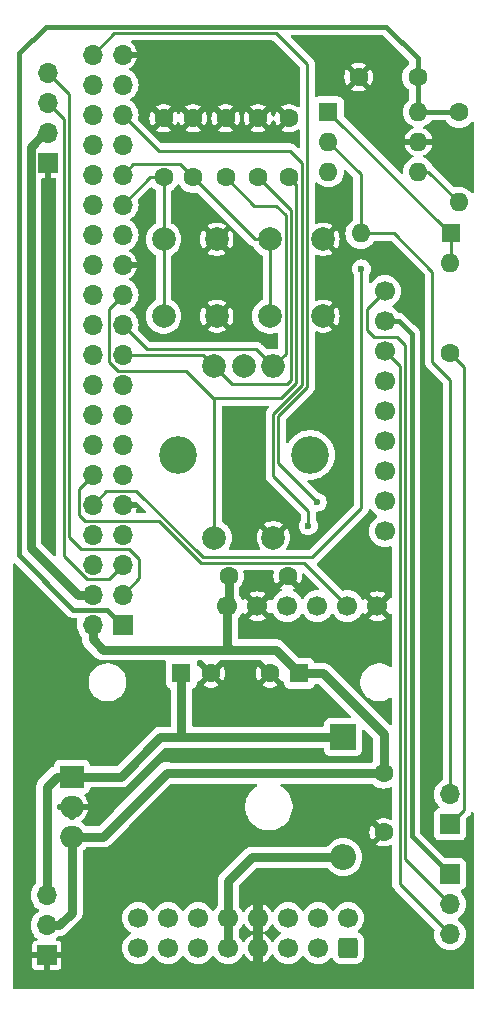
<source format=gbr>
%TF.GenerationSoftware,KiCad,Pcbnew,8.0.7*%
%TF.CreationDate,2025-02-20T21:39:26+00:00*%
%TF.ProjectId,RPi-MiniDexed-EuroRack,5250692d-4d69-46e6-9944-657865642d45,rev?*%
%TF.SameCoordinates,Original*%
%TF.FileFunction,Copper,L1,Top*%
%TF.FilePolarity,Positive*%
%FSLAX46Y46*%
G04 Gerber Fmt 4.6, Leading zero omitted, Abs format (unit mm)*
G04 Created by KiCad (PCBNEW 8.0.7) date 2025-02-20 21:39:26*
%MOMM*%
%LPD*%
G01*
G04 APERTURE LIST*
G04 Aperture macros list*
%AMRoundRect*
0 Rectangle with rounded corners*
0 $1 Rounding radius*
0 $2 $3 $4 $5 $6 $7 $8 $9 X,Y pos of 4 corners*
0 Add a 4 corners polygon primitive as box body*
4,1,4,$2,$3,$4,$5,$6,$7,$8,$9,$2,$3,0*
0 Add four circle primitives for the rounded corners*
1,1,$1+$1,$2,$3*
1,1,$1+$1,$4,$5*
1,1,$1+$1,$6,$7*
1,1,$1+$1,$8,$9*
0 Add four rect primitives between the rounded corners*
20,1,$1+$1,$2,$3,$4,$5,0*
20,1,$1+$1,$4,$5,$6,$7,0*
20,1,$1+$1,$6,$7,$8,$9,0*
20,1,$1+$1,$8,$9,$2,$3,0*%
G04 Aperture macros list end*
%TA.AperFunction,ComponentPad*%
%ADD10R,1.700000X1.700000*%
%TD*%
%TA.AperFunction,ComponentPad*%
%ADD11O,1.700000X1.700000*%
%TD*%
%TA.AperFunction,ComponentPad*%
%ADD12O,2.000000X1.905000*%
%TD*%
%TA.AperFunction,ComponentPad*%
%ADD13R,2.000000X1.905000*%
%TD*%
%TA.AperFunction,ComponentPad*%
%ADD14R,1.600000X1.600000*%
%TD*%
%TA.AperFunction,ComponentPad*%
%ADD15O,1.600000X1.600000*%
%TD*%
%TA.AperFunction,ComponentPad*%
%ADD16O,2.000000X2.000000*%
%TD*%
%TA.AperFunction,ComponentPad*%
%ADD17C,2.000000*%
%TD*%
%TA.AperFunction,ComponentPad*%
%ADD18C,3.200000*%
%TD*%
%TA.AperFunction,ComponentPad*%
%ADD19C,1.600000*%
%TD*%
%TA.AperFunction,ComponentPad*%
%ADD20O,2.200000X2.200000*%
%TD*%
%TA.AperFunction,ComponentPad*%
%ADD21R,2.200000X2.200000*%
%TD*%
%TA.AperFunction,ComponentPad*%
%ADD22RoundRect,0.250000X0.600000X-0.600000X0.600000X0.600000X-0.600000X0.600000X-0.600000X-0.600000X0*%
%TD*%
%TA.AperFunction,ComponentPad*%
%ADD23C,1.700000*%
%TD*%
%TA.AperFunction,ViaPad*%
%ADD24C,0.600000*%
%TD*%
%TA.AperFunction,Conductor*%
%ADD25C,0.800000*%
%TD*%
%TA.AperFunction,Conductor*%
%ADD26C,0.250000*%
%TD*%
%TA.AperFunction,Conductor*%
%ADD27C,0.400000*%
%TD*%
G04 APERTURE END LIST*
D10*
%TO.P,J9,1,Pin_1*%
%TO.N,GND*%
X53350000Y-134625000D03*
D11*
%TO.P,J9,2,Pin_2*%
%TO.N,+5V*%
X53350000Y-132085000D03*
%TO.P,J9,3,Pin_3*%
%TO.N,+12V*%
X53350000Y-129545000D03*
%TD*%
D12*
%TO.P,U2,3,OUT*%
%TO.N,+5V*%
X55500000Y-124580000D03*
%TO.P,U2,2,GND*%
%TO.N,GND*%
X55500000Y-122040000D03*
D13*
%TO.P,U2,1,IN*%
%TO.N,+12V*%
X55500000Y-119500000D03*
%TD*%
%TO.P,U3,1,IN*%
%TO.N,+12V*%
X55500000Y-119500000D03*
D12*
%TO.P,U3,2,GND*%
%TO.N,GND*%
X55500000Y-122040000D03*
%TO.P,U3,3,OUT*%
%TO.N,+5V*%
X55500000Y-124580000D03*
%TD*%
D14*
%TO.P,U1,1*%
%TO.N,Net-(D1-K)*%
X77200000Y-63200000D03*
D15*
%TO.P,U1,2*%
%TO.N,Net-(D1-A)*%
X77200000Y-65740000D03*
%TO.P,U1,3*%
%TO.N,unconnected-(U1-Pad3)*%
X77200000Y-68280000D03*
%TO.P,U1,4*%
%TO.N,/GPIO15(RXD0)*%
X84820000Y-68280000D03*
%TO.P,U1,5*%
%TO.N,GND*%
X84820000Y-65740000D03*
%TO.P,U1,6*%
%TO.N,+3V3*%
X84820000Y-63200000D03*
%TD*%
D16*
%TO.P,SW1,A,A*%
%TO.N,/GPIO9(SPI0_MISO)*%
X72540000Y-84750000D03*
D17*
%TO.P,SW1,B,B*%
%TO.N,/GPIO10(SPI0_MOSI)*%
X67540000Y-84750000D03*
%TO.P,SW1,C,C*%
%TO.N,GND*%
X70040000Y-84750000D03*
D18*
%TO.P,SW1,MP*%
%TO.N,N/C*%
X75640000Y-92250000D03*
X64440000Y-92250000D03*
D17*
%TO.P,SW1,S1,S1*%
%TO.N,/GPIO11(SPI0_SCK)*%
X67540000Y-99250000D03*
%TO.P,SW1,S2,S2*%
%TO.N,GND*%
X72540000Y-99250000D03*
%TD*%
D19*
%TO.P,C7,1*%
%TO.N,GND*%
X65750000Y-63750000D03*
%TO.P,C7,2*%
%TO.N,/GPIO6*%
X65750000Y-68750000D03*
%TD*%
%TO.P,C2,1*%
%TO.N,/GPIO9(SPI0_MISO)*%
X68500000Y-68750000D03*
%TO.P,C2,2*%
%TO.N,GND*%
X68500000Y-63750000D03*
%TD*%
%TO.P,C5,1*%
%TO.N,GND*%
X73750000Y-102500000D03*
%TO.P,C5,2*%
%TO.N,+5V*%
X68750000Y-102500000D03*
%TD*%
D10*
%TO.P,J2,1,Pin_1*%
%TO.N,GND*%
X53486000Y-67560000D03*
D11*
%TO.P,J2,2,Pin_2*%
%TO.N,+5V*%
X53486000Y-65020000D03*
%TO.P,J2,3,Pin_3*%
%TO.N,/GPIO3(SCL1)*%
X53486000Y-62480000D03*
%TO.P,J2,4,Pin_4*%
%TO.N,/GPIO2(SDA1)*%
X53486000Y-59940000D03*
%TD*%
D10*
%TO.P,J7,1,Pin_1*%
%TO.N,Net-(J7-Pin_1)*%
X87500000Y-123525000D03*
D11*
%TO.P,J7,2,Pin_2*%
%TO.N,Net-(D1-A)*%
X87500000Y-120985000D03*
%TD*%
D19*
%TO.P,C1,1*%
%TO.N,+3V3*%
X84750000Y-60250000D03*
%TO.P,C1,2*%
%TO.N,GND*%
X79750000Y-60250000D03*
%TD*%
%TO.P,R2,1*%
%TO.N,+3V3*%
X88250000Y-63250000D03*
D15*
%TO.P,R2,2*%
%TO.N,/GPIO15(RXD0)*%
X88250000Y-70870000D03*
%TD*%
D19*
%TO.P,C4,1*%
%TO.N,/GPIO11(SPI0_SCK)*%
X73850000Y-68750000D03*
%TO.P,C4,2*%
%TO.N,GND*%
X73850000Y-63750000D03*
%TD*%
D10*
%TO.P,J6,1,Pin_1*%
%TO.N,Net-(J6-Pin_1)*%
X87500000Y-127750000D03*
D11*
%TO.P,J6,2,Pin_2*%
%TO.N,Net-(A1-LOUT)*%
X87500000Y-130290000D03*
%TO.P,J6,3,Pin_3*%
%TO.N,Net-(A1-ROUT)*%
X87500000Y-132830000D03*
%TD*%
D19*
%TO.P,C6,1*%
%TO.N,GND*%
X63250000Y-63750000D03*
%TO.P,C6,2*%
%TO.N,/GPIO5*%
X63250000Y-68750000D03*
%TD*%
%TO.P,R1,1*%
%TO.N,Net-(J7-Pin_1)*%
X87500000Y-83620000D03*
D15*
%TO.P,R1,2*%
%TO.N,Net-(D1-K)*%
X87500000Y-76000000D03*
%TD*%
D19*
%TO.P,C3,1*%
%TO.N,/GPIO10(SPI0_MOSI)*%
X71250000Y-68750000D03*
%TO.P,C3,2*%
%TO.N,GND*%
X71250000Y-63750000D03*
%TD*%
D17*
%TO.P,SW3,1,1*%
%TO.N,GND*%
X76750000Y-74000000D03*
X76750000Y-80500000D03*
%TO.P,SW3,2,2*%
%TO.N,/GPIO6*%
X72250000Y-74000000D03*
X72250000Y-80500000D03*
%TD*%
%TO.P,SW2,1,1*%
%TO.N,GND*%
X67750000Y-74000000D03*
X67750000Y-80500000D03*
%TO.P,SW2,2,2*%
%TO.N,/GPIO5*%
X63250000Y-74000000D03*
X63250000Y-80500000D03*
%TD*%
D14*
%TO.P,D1,1,K*%
%TO.N,Net-(D1-K)*%
X87560000Y-73500000D03*
D15*
%TO.P,D1,2,A*%
%TO.N,Net-(D1-A)*%
X79940000Y-73500000D03*
%TD*%
D20*
%TO.P,D2,2,A*%
%TO.N,Net-(D2-A)*%
X78450000Y-126305000D03*
D21*
%TO.P,D2,1,K*%
%TO.N,+12V*%
X78450000Y-116145000D03*
%TD*%
D10*
%TO.P,P1,1,Pin_1*%
%TO.N,+3V3*%
X59770000Y-106630000D03*
D11*
%TO.P,P1,2,Pin_2*%
%TO.N,+5V*%
X57230000Y-106630000D03*
%TO.P,P1,3,Pin_3*%
%TO.N,/GPIO2(SDA1)*%
X59770000Y-104090000D03*
%TO.P,P1,4,Pin_4*%
%TO.N,+5V*%
X57230000Y-104090000D03*
%TO.P,P1,5,Pin_5*%
%TO.N,/GPIO3(SCL1)*%
X59770000Y-101550000D03*
%TO.P,P1,6,Pin_6*%
%TO.N,GND*%
X57230000Y-101550000D03*
%TO.P,P1,7,Pin_7*%
%TO.N,/GPIO4(GCLK)*%
X59770000Y-99010000D03*
%TO.P,P1,8,Pin_8*%
%TO.N,/GPIO14(TXD0)*%
X57230000Y-99010000D03*
%TO.P,P1,9,Pin_9*%
%TO.N,GND*%
X59770000Y-96470000D03*
%TO.P,P1,10,Pin_10*%
%TO.N,/GPIO15(RXD0)*%
X57230000Y-96470000D03*
%TO.P,P1,11,Pin_11*%
%TO.N,/GPIO17(GEN0)*%
X59770000Y-93930000D03*
%TO.P,P1,12,Pin_12*%
%TO.N,/GPIO18(GEN1)(PWM0)*%
X57230000Y-93930000D03*
%TO.P,P1,13,Pin_13*%
%TO.N,/GPIO27(GEN2)*%
X59770000Y-91390000D03*
%TO.P,P1,14,Pin_14*%
%TO.N,GND*%
X57230000Y-91390000D03*
%TO.P,P1,15,Pin_15*%
%TO.N,/GPIO22(GEN3)*%
X59770000Y-88850000D03*
%TO.P,P1,16,Pin_16*%
%TO.N,/GPIO23(GEN4)*%
X57230000Y-88850000D03*
%TO.P,P1,17,Pin_17*%
%TO.N,+3V3*%
X59770000Y-86310000D03*
%TO.P,P1,18,Pin_18*%
%TO.N,/GPIO24(GEN5)*%
X57230000Y-86310000D03*
%TO.P,P1,19,Pin_19*%
%TO.N,/GPIO10(SPI0_MOSI)*%
X59770000Y-83770000D03*
%TO.P,P1,20,Pin_20*%
%TO.N,GND*%
X57230000Y-83770000D03*
%TO.P,P1,21,Pin_21*%
%TO.N,/GPIO9(SPI0_MISO)*%
X59770000Y-81230000D03*
%TO.P,P1,22,Pin_22*%
%TO.N,/GPIO25(GEN6)*%
X57230000Y-81230000D03*
%TO.P,P1,23,Pin_23*%
%TO.N,/GPIO11(SPI0_SCK)*%
X59770000Y-78690000D03*
%TO.P,P1,24,Pin_24*%
%TO.N,/GPIO8(SPI0_CE_N)*%
X57230000Y-78690000D03*
%TO.P,P1,25,Pin_25*%
%TO.N,GND*%
X59770000Y-76150000D03*
%TO.P,P1,26,Pin_26*%
%TO.N,/GPIO7(SPI1_CE_N)*%
X57230000Y-76150000D03*
%TO.P,P1,27,Pin_27*%
%TO.N,/ID_SD*%
X59770000Y-73610000D03*
%TO.P,P1,28,Pin_28*%
%TO.N,/ID_SC*%
X57230000Y-73610000D03*
%TO.P,P1,29,Pin_29*%
%TO.N,/GPIO5*%
X59770000Y-71070000D03*
%TO.P,P1,30,Pin_30*%
%TO.N,GND*%
X57230000Y-71070000D03*
%TO.P,P1,31,Pin_31*%
%TO.N,/GPIO6*%
X59770000Y-68530000D03*
%TO.P,P1,32,Pin_32*%
%TO.N,/GPIO12(PWM0)*%
X57230000Y-68530000D03*
%TO.P,P1,33,Pin_33*%
%TO.N,/GPIO13(PWM1)*%
X59770000Y-65990000D03*
%TO.P,P1,34,Pin_34*%
%TO.N,GND*%
X57230000Y-65990000D03*
%TO.P,P1,35,Pin_35*%
%TO.N,/GPIO19(SPI1_MISO)*%
X59770000Y-63450000D03*
%TO.P,P1,36,Pin_36*%
%TO.N,/GPIO16*%
X57230000Y-63450000D03*
%TO.P,P1,37,Pin_37*%
%TO.N,/GPIO26*%
X59770000Y-60910000D03*
%TO.P,P1,38,Pin_38*%
%TO.N,/GPIO20(SPI1_MOSI)*%
X57230000Y-60910000D03*
%TO.P,P1,39,Pin_39*%
%TO.N,GND*%
X59770000Y-58370000D03*
%TO.P,P1,40,Pin_40*%
%TO.N,/GPIO21(SPI1_SCK)*%
X57230000Y-58370000D03*
%TD*%
D14*
%TO.P,C9,1*%
%TO.N,+5V*%
X74750000Y-110750000D03*
D19*
%TO.P,C9,2*%
%TO.N,GND*%
X72250000Y-110750000D03*
%TD*%
D22*
%TO.P,J8,1,Pin_1*%
%TO.N,unconnected-(J8-Pin_1-Pad1)*%
X78870000Y-134000000D03*
D23*
%TO.P,J8,2,Pin_2*%
%TO.N,unconnected-(J8-Pin_2-Pad2)*%
X78870000Y-131460000D03*
%TO.P,J8,3,Pin_3*%
%TO.N,unconnected-(J8-Pin_3-Pad3)*%
X76330000Y-134000000D03*
%TO.P,J8,4,Pin_4*%
%TO.N,unconnected-(J8-Pin_4-Pad4)*%
X76330000Y-131460000D03*
%TO.P,J8,5,Pin_5*%
%TO.N,unconnected-(J8-Pin_5-Pad5)*%
X73790000Y-134000000D03*
%TO.P,J8,6,Pin_6*%
%TO.N,unconnected-(J8-Pin_6-Pad6)*%
X73790000Y-131460000D03*
%TO.P,J8,7,Pin_7*%
%TO.N,GND*%
X71250000Y-134000000D03*
%TO.P,J8,8,Pin_8*%
X71250000Y-131460000D03*
%TO.P,J8,9,Pin_9*%
%TO.N,Net-(D2-A)*%
X68710000Y-134000000D03*
%TO.P,J8,10,Pin_10*%
X68710000Y-131460000D03*
%TO.P,J8,11,Pin_11*%
%TO.N,unconnected-(J8-Pin_11-Pad11)*%
X66170000Y-134000000D03*
%TO.P,J8,12,Pin_12*%
%TO.N,unconnected-(J8-Pin_12-Pad12)*%
X66170000Y-131460000D03*
%TO.P,J8,13,Pin_13*%
%TO.N,unconnected-(J8-Pin_13-Pad13)*%
X63630000Y-134000000D03*
%TO.P,J8,14,Pin_14*%
%TO.N,unconnected-(J8-Pin_14-Pad14)*%
X63630000Y-131460000D03*
%TO.P,J8,15,Pin_15*%
%TO.N,unconnected-(J8-Pin_15-Pad15)*%
X61090000Y-134000000D03*
%TO.P,J8,16,Pin_16*%
%TO.N,unconnected-(J8-Pin_16-Pad16)*%
X61090000Y-131460000D03*
%TD*%
D19*
%TO.P,C10,1*%
%TO.N,+5V*%
X81875000Y-119200000D03*
%TO.P,C10,2*%
%TO.N,GND*%
X81875000Y-124200000D03*
%TD*%
D14*
%TO.P,C8,1*%
%TO.N,+12V*%
X64750000Y-110750000D03*
D19*
%TO.P,C8,2*%
%TO.N,GND*%
X67250000Y-110750000D03*
%TD*%
D23*
%TO.P,A1,1,SCK*%
%TO.N,GND*%
X81350000Y-105055000D03*
%TO.P,A1,2,BCK*%
%TO.N,/GPIO18(GEN1)(PWM0)*%
X78810000Y-105055000D03*
%TO.P,A1,3,DIN*%
%TO.N,/GPIO21(SPI1_SCK)*%
X76270000Y-105055000D03*
%TO.P,A1,4,LCK*%
%TO.N,/GPIO19(SPI1_MISO)*%
X73730000Y-105055000D03*
%TO.P,A1,5,GND*%
%TO.N,GND*%
X71190000Y-105055000D03*
%TO.P,A1,6,VIN*%
%TO.N,+5V*%
X68650000Y-105055000D03*
%TO.P,A1,7,LOUT*%
%TO.N,Net-(A1-LOUT)*%
X81985000Y-78385000D03*
%TO.P,A1,8,AGND*%
%TO.N,Net-(J6-Pin_1)*%
X81985000Y-80925000D03*
%TO.P,A1,9,ROUT*%
%TO.N,Net-(A1-ROUT)*%
X81985000Y-83465000D03*
%TO.P,A1,10,AGND*%
%TO.N,unconnected-(A1-AGND-Pad10)*%
X81985000Y-86005000D03*
%TO.P,A1,11,A3V3*%
%TO.N,unconnected-(A1-A3V3-Pad11)*%
X81985000Y-88545000D03*
%TO.P,A1,12,FMT*%
%TO.N,unconnected-(A1-FMT-Pad12)*%
X81985000Y-91085000D03*
%TO.P,A1,13,XSMT*%
%TO.N,unconnected-(A1-XSMT-Pad13)*%
X81985000Y-93625000D03*
%TO.P,A1,14,DEMP*%
%TO.N,unconnected-(A1-DEMP-Pad14)*%
X81985000Y-96165000D03*
%TO.P,A1,15,FLT*%
%TO.N,unconnected-(A1-FLT-Pad15)*%
X81985000Y-98705000D03*
%TD*%
D24*
%TO.N,/GPIO19(SPI1_MISO)*%
X75500000Y-98250000D03*
%TO.N,/GPIO21(SPI1_SCK)*%
X76250000Y-96250000D03*
%TO.N,/GPIO15(RXD0)*%
X80000000Y-76500000D03*
%TD*%
D25*
%TO.N,+12V*%
X53350000Y-129545000D02*
X53350000Y-120350000D01*
X53350000Y-120350000D02*
X54200000Y-119500000D01*
X55500000Y-119500000D02*
X54200000Y-119500000D01*
%TO.N,+5V*%
X55500000Y-124580000D02*
X55500000Y-131010000D01*
X54425000Y-132085000D02*
X53350000Y-132085000D01*
X55500000Y-131010000D02*
X54425000Y-132085000D01*
X58110000Y-124580000D02*
X59732500Y-122957500D01*
X59732500Y-122957500D02*
X58200000Y-124490000D01*
X63540000Y-119150000D02*
X59732500Y-122957500D01*
X55500000Y-124580000D02*
X58110000Y-124580000D01*
X57625000Y-124580000D02*
X55500000Y-124580000D01*
%TO.N,+12V*%
X59645000Y-119500000D02*
X62975000Y-116170000D01*
X55500000Y-119500000D02*
X59645000Y-119500000D01*
X64775000Y-116170000D02*
X62975000Y-116170000D01*
X78450000Y-116145000D02*
X64750000Y-116145000D01*
%TO.N,Net-(D2-A)*%
X68710000Y-128340000D02*
X70745000Y-126305000D01*
X68710000Y-131460000D02*
X68710000Y-128340000D01*
X70745000Y-126305000D02*
X78450000Y-126305000D01*
%TO.N,+5V*%
X76750000Y-110750000D02*
X74750000Y-110750000D01*
X81875000Y-115875000D02*
X76750000Y-110750000D01*
X81875000Y-119200000D02*
X81875000Y-115875000D01*
X63590000Y-119200000D02*
X81875000Y-119200000D01*
X63540000Y-119150000D02*
X63590000Y-119200000D01*
%TO.N,Net-(D2-A)*%
X68710000Y-131460000D02*
X68710000Y-134000000D01*
%TO.N,+12V*%
X64750000Y-110750000D02*
X64750000Y-116145000D01*
X64750000Y-116145000D02*
X64775000Y-116170000D01*
D26*
%TO.N,/GPIO19(SPI1_MISO)*%
X75500000Y-97000000D02*
X75500000Y-98250000D01*
X62820000Y-66500000D02*
X73975000Y-66500000D01*
X72500000Y-94000000D02*
X75500000Y-97000000D01*
X72500000Y-88786394D02*
X72500000Y-94000000D01*
X73975000Y-66500000D02*
X74975000Y-67500000D01*
X73643197Y-87643197D02*
X72500000Y-88786394D01*
X74975000Y-67500000D02*
X74975000Y-86311394D01*
X59770000Y-63450000D02*
X62820000Y-66500000D01*
X74975000Y-86311394D02*
X73643197Y-87643197D01*
%TO.N,/GPIO18(GEN1)(PWM0)*%
X75130000Y-101375000D02*
X78810000Y-105055000D01*
X62835000Y-97835000D02*
X66375000Y-101375000D01*
X57230000Y-93930000D02*
X56055000Y-95105000D01*
X56055000Y-95105000D02*
X56055000Y-97305000D01*
X66375000Y-101375000D02*
X75130000Y-101375000D01*
X56585000Y-97835000D02*
X62835000Y-97835000D01*
X56055000Y-97305000D02*
X56585000Y-97835000D01*
%TO.N,/GPIO21(SPI1_SCK)*%
X75425000Y-86497790D02*
X72950000Y-88972790D01*
X72950000Y-92950000D02*
X76250000Y-96250000D01*
X75425000Y-59175000D02*
X75425000Y-86497790D01*
X57230000Y-58370000D02*
X59075000Y-56525000D01*
X59075000Y-56525000D02*
X72775000Y-56525000D01*
X72775000Y-56525000D02*
X75425000Y-59175000D01*
X72950000Y-88972790D02*
X72950000Y-92950000D01*
D25*
%TO.N,+5V*%
X69000000Y-108750000D02*
X72750000Y-108750000D01*
X68650000Y-108400000D02*
X69000000Y-108750000D01*
X68650000Y-105055000D02*
X68650000Y-108400000D01*
X72750000Y-108750000D02*
X74750000Y-110750000D01*
X58147919Y-108750000D02*
X69000000Y-108750000D01*
X53126000Y-65020000D02*
X53486000Y-65020000D01*
X51983000Y-100108000D02*
X51983000Y-66163000D01*
X51983000Y-66163000D02*
X53126000Y-65020000D01*
X55965000Y-104090000D02*
X51983000Y-100108000D01*
X57230000Y-104090000D02*
X55965000Y-104090000D01*
X57230000Y-107832081D02*
X58147919Y-108750000D01*
X57230000Y-106630000D02*
X57230000Y-107832081D01*
X68750000Y-104955000D02*
X68650000Y-105055000D01*
X68750000Y-102500000D02*
X68750000Y-104955000D01*
D27*
%TO.N,+3V3*%
X51000000Y-100750000D02*
X51000000Y-58250000D01*
X53250000Y-56000000D02*
X82080000Y-56000000D01*
X55590000Y-105340000D02*
X51000000Y-100750000D01*
X59770000Y-106630000D02*
X58480000Y-105340000D01*
X88200000Y-63200000D02*
X88250000Y-63250000D01*
X84750000Y-58670000D02*
X84750000Y-60250000D01*
X82080000Y-56000000D02*
X84750000Y-58670000D01*
X84750000Y-63130000D02*
X84820000Y-63200000D01*
X84820000Y-63200000D02*
X88200000Y-63200000D01*
X58480000Y-105340000D02*
X55590000Y-105340000D01*
X51000000Y-58250000D02*
X53250000Y-56000000D01*
X84750000Y-60250000D02*
X84750000Y-63130000D01*
D26*
%TO.N,/GPIO10(SPI0_MOSI)*%
X66560000Y-83770000D02*
X67540000Y-84750000D01*
X59770000Y-83770000D02*
X66560000Y-83770000D01*
X71250000Y-68750000D02*
X74025000Y-71525000D01*
X74025000Y-71525000D02*
X74025000Y-85915000D01*
X73690000Y-86250000D02*
X69040000Y-86250000D01*
X69040000Y-86250000D02*
X67540000Y-84750000D01*
X74025000Y-85915000D02*
X73690000Y-86250000D01*
%TO.N,/GPIO11(SPI0_SCK)*%
X67540000Y-93500000D02*
X67540000Y-99250000D01*
X58595000Y-84345000D02*
X59385000Y-85135000D01*
X58595000Y-79865000D02*
X58595000Y-84345000D01*
X67540000Y-93500000D02*
X67540000Y-87540000D01*
X65135000Y-85135000D02*
X67449999Y-87449999D01*
X59385000Y-85135000D02*
X65135000Y-85135000D01*
X74475000Y-86174998D02*
X73199999Y-87449999D01*
X74475000Y-69375000D02*
X74475000Y-86174998D01*
X59770000Y-78690000D02*
X58595000Y-79865000D01*
X67540000Y-87540000D02*
X67449999Y-87449999D01*
X73199999Y-87449999D02*
X67449999Y-87449999D01*
X73850000Y-68750000D02*
X74475000Y-69375000D01*
%TO.N,/GPIO5*%
X62090000Y-68750000D02*
X59770000Y-71070000D01*
X63250000Y-68750000D02*
X62090000Y-68750000D01*
X62700000Y-74000000D02*
X63250000Y-74000000D01*
X63250000Y-74000000D02*
X63250000Y-68750000D01*
X63250000Y-72500000D02*
X63250000Y-80500000D01*
%TO.N,/GPIO6*%
X59770000Y-68530000D02*
X60675000Y-67625000D01*
X72250000Y-74000000D02*
X71000000Y-74000000D01*
X64625000Y-67625000D02*
X65750000Y-68750000D01*
X60675000Y-67625000D02*
X64625000Y-67625000D01*
X72250000Y-74000000D02*
X72250000Y-80500000D01*
X71000000Y-74000000D02*
X65750000Y-68750000D01*
%TO.N,Net-(D1-A)*%
X86000000Y-76750000D02*
X86000000Y-84400000D01*
X87500000Y-120985000D02*
X87500000Y-85900000D01*
X77200000Y-65740000D02*
X79940000Y-68480000D01*
X87500000Y-85900000D02*
X86000000Y-84400000D01*
X79940000Y-73500000D02*
X82750000Y-73500000D01*
X79940000Y-68480000D02*
X79940000Y-73500000D01*
X82750000Y-73500000D02*
X86000000Y-76750000D01*
%TO.N,Net-(D1-K)*%
X87560000Y-73500000D02*
X87560000Y-75940000D01*
X87560000Y-75940000D02*
X87500000Y-76000000D01*
X77200000Y-63200000D02*
X87500000Y-73500000D01*
X87500000Y-73500000D02*
X87560000Y-73500000D01*
%TO.N,/GPIO2(SDA1)*%
X60335000Y-100185000D02*
X56210000Y-100185000D01*
X56210000Y-100185000D02*
X55250000Y-99225000D01*
X61200000Y-101050000D02*
X60335000Y-100185000D01*
X61200000Y-102660000D02*
X61200000Y-101050000D01*
X55250000Y-61704000D02*
X53486000Y-59940000D01*
X55250000Y-99225000D02*
X55250000Y-61704000D01*
X59770000Y-104090000D02*
X61200000Y-102660000D01*
%TO.N,/GPIO3(SCL1)*%
X58595000Y-102725000D02*
X59770000Y-101550000D01*
X54800000Y-100781701D02*
X56743299Y-102725000D01*
X53486000Y-62480000D02*
X54800000Y-63794000D01*
X54800000Y-63794000D02*
X54800000Y-100781701D01*
X56743299Y-102725000D02*
X58595000Y-102725000D01*
%TO.N,/GPIO15(RXD0)*%
X75825000Y-100925000D02*
X80000000Y-96750000D01*
X57230000Y-96470000D02*
X58405000Y-95295000D01*
X60931396Y-95295000D02*
X66561396Y-100925000D01*
X66561396Y-100925000D02*
X75825000Y-100925000D01*
X85660000Y-68280000D02*
X84820000Y-68280000D01*
X58405000Y-95295000D02*
X60931396Y-95295000D01*
X80000000Y-96750000D02*
X80000000Y-76500000D01*
X88250000Y-70870000D02*
X85660000Y-68280000D01*
%TO.N,Net-(A1-LOUT)*%
X81040000Y-82290000D02*
X83040000Y-82290000D01*
X83040000Y-82290000D02*
X83675000Y-82925000D01*
X83675000Y-126465000D02*
X87500000Y-130290000D01*
X83675000Y-82925000D02*
X83675000Y-126465000D01*
X80450000Y-79920000D02*
X80450000Y-81700000D01*
X81985000Y-78385000D02*
X80450000Y-79920000D01*
X80450000Y-81700000D02*
X81040000Y-82290000D01*
%TO.N,Net-(A1-ROUT)*%
X83225000Y-128555000D02*
X83225000Y-84705000D01*
X87500000Y-132830000D02*
X83225000Y-128555000D01*
X83225000Y-84705000D02*
X81985000Y-83465000D01*
D27*
%TO.N,Net-(J6-Pin_1)*%
X81985000Y-80925000D02*
X83187081Y-80925000D01*
X84250000Y-124500000D02*
X87500000Y-127750000D01*
X83187081Y-80925000D02*
X84250000Y-81987919D01*
X84250000Y-81987919D02*
X84250000Y-124500000D01*
D26*
%TO.N,Net-(J7-Pin_1)*%
X88675000Y-122350000D02*
X87500000Y-123525000D01*
X88675000Y-84795000D02*
X88675000Y-122350000D01*
X87500000Y-83620000D02*
X88675000Y-84795000D01*
%TO.N,/GPIO9(SPI0_MISO)*%
X61860000Y-83320000D02*
X71110000Y-83320000D01*
X68500000Y-68750000D02*
X70925000Y-71175000D01*
X73575000Y-83715000D02*
X72540000Y-84750000D01*
X72798833Y-71175000D02*
X73575000Y-71951167D01*
X73575000Y-71951167D02*
X73575000Y-83715000D01*
X71110000Y-83320000D02*
X72540000Y-84750000D01*
X70925000Y-71175000D02*
X72798833Y-71175000D01*
X59770000Y-81230000D02*
X61860000Y-83320000D01*
%TD*%
%TA.AperFunction,Conductor*%
%TO.N,GND*%
G36*
X71650000Y-132658915D02*
G01*
X71667560Y-132682965D01*
X71673857Y-132662135D01*
X71725232Y-132617618D01*
X71877387Y-132546666D01*
X72056554Y-132421212D01*
X72211212Y-132266554D01*
X72336665Y-132087389D01*
X72352172Y-132054135D01*
X72398345Y-132001695D01*
X72465538Y-131982543D01*
X72532419Y-132002758D01*
X72576936Y-132054133D01*
X72591330Y-132085000D01*
X72615965Y-132137830D01*
X72615967Y-132137834D01*
X72724281Y-132292521D01*
X72751501Y-132331396D01*
X72751506Y-132331402D01*
X72918597Y-132498493D01*
X72918603Y-132498498D01*
X73104158Y-132628425D01*
X73147783Y-132683002D01*
X73154977Y-132752500D01*
X73123454Y-132814855D01*
X73104158Y-132831575D01*
X72918597Y-132961505D01*
X72751505Y-133128597D01*
X72615966Y-133322168D01*
X72576936Y-133405867D01*
X72530763Y-133458306D01*
X72463569Y-133477457D01*
X72396688Y-133457241D01*
X72352171Y-133405864D01*
X72336665Y-133372611D01*
X72336664Y-133372608D01*
X72211216Y-133193450D01*
X72211211Y-133193444D01*
X72056554Y-133038787D01*
X71877387Y-132913333D01*
X71725232Y-132842382D01*
X71672793Y-132796210D01*
X71666417Y-132773843D01*
X71650000Y-132803076D01*
X71650000Y-133692894D01*
X71557007Y-133599901D01*
X71442993Y-133534075D01*
X71315826Y-133500000D01*
X71184174Y-133500000D01*
X71057007Y-133534075D01*
X70942993Y-133599901D01*
X70850000Y-133692894D01*
X70850000Y-132801083D01*
X70832439Y-132777032D01*
X70826142Y-132797865D01*
X70774767Y-132842382D01*
X70622612Y-132913333D01*
X70622608Y-132913335D01*
X70443450Y-133038783D01*
X70443444Y-133038788D01*
X70288788Y-133193444D01*
X70288783Y-133193450D01*
X70163335Y-133372608D01*
X70163333Y-133372612D01*
X70147827Y-133405866D01*
X70101654Y-133458305D01*
X70034461Y-133477457D01*
X69967580Y-133457241D01*
X69923063Y-133405866D01*
X69884035Y-133322171D01*
X69884034Y-133322169D01*
X69748494Y-133128597D01*
X69646819Y-133026922D01*
X69613334Y-132965599D01*
X69610500Y-132939241D01*
X69610500Y-132520758D01*
X69630185Y-132453719D01*
X69646819Y-132433077D01*
X69658684Y-132421212D01*
X69748495Y-132331401D01*
X69884035Y-132137830D01*
X69923064Y-132054130D01*
X69969233Y-132001695D01*
X70036427Y-131982543D01*
X70103308Y-132002758D01*
X70147825Y-132054133D01*
X70163330Y-132087382D01*
X70163332Y-132087386D01*
X70288787Y-132266554D01*
X70443445Y-132421212D01*
X70622612Y-132546667D01*
X70774767Y-132617618D01*
X70827206Y-132663790D01*
X70833580Y-132686155D01*
X70850000Y-132656919D01*
X70850000Y-131767106D01*
X70942993Y-131860099D01*
X71057007Y-131925925D01*
X71184174Y-131960000D01*
X71315826Y-131960000D01*
X71442993Y-131925925D01*
X71557007Y-131860099D01*
X71650000Y-131767106D01*
X71650000Y-132658915D01*
G37*
%TD.AperFunction*%
%TA.AperFunction,Conductor*%
G36*
X78697862Y-68124655D02*
G01*
X78712818Y-68137408D01*
X79278181Y-68702771D01*
X79311666Y-68764094D01*
X79314500Y-68790452D01*
X79314500Y-72285811D01*
X79294815Y-72352850D01*
X79261623Y-72387386D01*
X79100859Y-72499953D01*
X78939954Y-72660858D01*
X78809432Y-72847265D01*
X78809431Y-72847267D01*
X78713261Y-73053502D01*
X78713258Y-73053511D01*
X78654366Y-73273302D01*
X78654364Y-73273313D01*
X78634532Y-73499998D01*
X78634532Y-73500001D01*
X78654364Y-73726686D01*
X78654366Y-73726697D01*
X78713258Y-73946488D01*
X78713261Y-73946497D01*
X78809431Y-74152732D01*
X78809432Y-74152734D01*
X78939954Y-74339141D01*
X79100858Y-74500045D01*
X79100861Y-74500047D01*
X79287266Y-74630568D01*
X79493504Y-74726739D01*
X79713308Y-74785635D01*
X79864105Y-74798828D01*
X79939998Y-74805468D01*
X79940000Y-74805468D01*
X79940002Y-74805468D01*
X80015895Y-74798828D01*
X80166692Y-74785635D01*
X80386496Y-74726739D01*
X80592734Y-74630568D01*
X80779139Y-74500047D01*
X80940047Y-74339139D01*
X81052613Y-74178377D01*
X81107189Y-74134752D01*
X81154188Y-74125500D01*
X82439548Y-74125500D01*
X82506587Y-74145185D01*
X82527229Y-74161819D01*
X85338181Y-76972771D01*
X85371666Y-77034094D01*
X85374500Y-77060452D01*
X85374500Y-84338393D01*
X85374500Y-84461607D01*
X85374500Y-84461609D01*
X85374499Y-84461609D01*
X85379330Y-84485891D01*
X85379330Y-84485893D01*
X85398182Y-84580669D01*
X85398535Y-84582444D01*
X85398536Y-84582447D01*
X85398537Y-84582451D01*
X85445688Y-84696286D01*
X85445689Y-84696287D01*
X85468949Y-84731097D01*
X85468950Y-84731099D01*
X85514140Y-84798731D01*
X85514141Y-84798732D01*
X85514142Y-84798733D01*
X85601267Y-84885858D01*
X85601268Y-84885858D01*
X85608335Y-84892925D01*
X85608334Y-84892925D01*
X85608338Y-84892928D01*
X86838181Y-86122771D01*
X86871666Y-86184094D01*
X86874500Y-86210452D01*
X86874500Y-119709773D01*
X86854815Y-119776812D01*
X86821623Y-119811348D01*
X86628597Y-119946505D01*
X86461505Y-120113597D01*
X86325965Y-120307169D01*
X86325964Y-120307171D01*
X86226098Y-120521335D01*
X86226094Y-120521344D01*
X86164938Y-120749586D01*
X86164936Y-120749596D01*
X86144341Y-120984999D01*
X86144341Y-120985000D01*
X86164936Y-121220403D01*
X86164938Y-121220413D01*
X86226094Y-121448655D01*
X86226096Y-121448659D01*
X86226097Y-121448663D01*
X86262851Y-121527482D01*
X86325965Y-121662830D01*
X86325967Y-121662834D01*
X86461501Y-121856395D01*
X86461506Y-121856402D01*
X86583430Y-121978326D01*
X86616915Y-122039649D01*
X86611931Y-122109341D01*
X86570059Y-122165274D01*
X86539083Y-122182189D01*
X86407669Y-122231203D01*
X86407664Y-122231206D01*
X86292455Y-122317452D01*
X86292452Y-122317455D01*
X86206206Y-122432664D01*
X86206202Y-122432671D01*
X86155908Y-122567517D01*
X86149501Y-122627116D01*
X86149500Y-122627135D01*
X86149500Y-124422870D01*
X86149501Y-124422876D01*
X86155908Y-124482483D01*
X86206202Y-124617328D01*
X86206206Y-124617335D01*
X86292452Y-124732544D01*
X86292455Y-124732547D01*
X86407664Y-124818793D01*
X86407671Y-124818797D01*
X86542517Y-124869091D01*
X86542516Y-124869091D01*
X86549444Y-124869835D01*
X86602127Y-124875500D01*
X88397872Y-124875499D01*
X88457483Y-124869091D01*
X88592331Y-124818796D01*
X88707546Y-124732546D01*
X88793796Y-124617331D01*
X88844091Y-124482483D01*
X88850500Y-124422873D01*
X88850499Y-123110450D01*
X88870184Y-123043412D01*
X88886813Y-123022775D01*
X89073729Y-122835860D01*
X89073733Y-122835858D01*
X89160858Y-122748733D01*
X89229311Y-122646286D01*
X89229312Y-122646285D01*
X89260939Y-122569926D01*
X89304778Y-122515525D01*
X89371072Y-122493459D01*
X89438772Y-122510737D01*
X89486383Y-122561874D01*
X89499500Y-122617380D01*
X89499500Y-137375500D01*
X89479815Y-137442539D01*
X89427011Y-137488294D01*
X89375500Y-137499500D01*
X50624500Y-137499500D01*
X50557461Y-137479815D01*
X50511706Y-137427011D01*
X50500500Y-137375500D01*
X50500500Y-111374038D01*
X56899500Y-111374038D01*
X56899500Y-111625962D01*
X56938910Y-111874785D01*
X57016760Y-112114383D01*
X57131132Y-112338848D01*
X57279201Y-112542649D01*
X57279205Y-112542654D01*
X57457345Y-112720794D01*
X57457350Y-112720798D01*
X57565068Y-112799059D01*
X57661155Y-112868870D01*
X57767111Y-112922857D01*
X57885616Y-112983239D01*
X57885618Y-112983239D01*
X57885621Y-112983241D01*
X58125215Y-113061090D01*
X58374038Y-113100500D01*
X58374039Y-113100500D01*
X58625961Y-113100500D01*
X58625962Y-113100500D01*
X58874785Y-113061090D01*
X59114379Y-112983241D01*
X59338845Y-112868870D01*
X59542656Y-112720793D01*
X59720793Y-112542656D01*
X59868870Y-112338845D01*
X59983241Y-112114379D01*
X60061090Y-111874785D01*
X60100500Y-111625962D01*
X60100500Y-111374038D01*
X60061090Y-111125215D01*
X59983241Y-110885621D01*
X59983239Y-110885618D01*
X59983239Y-110885616D01*
X59940971Y-110802661D01*
X59868870Y-110661155D01*
X59804984Y-110573223D01*
X59720798Y-110457350D01*
X59720794Y-110457345D01*
X59542654Y-110279205D01*
X59542649Y-110279201D01*
X59338848Y-110131132D01*
X59338847Y-110131131D01*
X59338845Y-110131130D01*
X59267329Y-110094691D01*
X59114383Y-110016760D01*
X58874785Y-109938910D01*
X58625962Y-109899500D01*
X58374038Y-109899500D01*
X58256944Y-109918046D01*
X58125214Y-109938910D01*
X57885616Y-110016760D01*
X57661151Y-110131132D01*
X57457350Y-110279201D01*
X57457345Y-110279205D01*
X57279205Y-110457345D01*
X57279201Y-110457350D01*
X57131132Y-110661151D01*
X57016760Y-110885616D01*
X56956824Y-111070080D01*
X56938910Y-111125215D01*
X56899500Y-111374038D01*
X50500500Y-111374038D01*
X50500500Y-101540519D01*
X50520185Y-101473480D01*
X50572989Y-101427725D01*
X50642147Y-101417781D01*
X50705703Y-101446806D01*
X50712181Y-101452838D01*
X55143453Y-105884111D01*
X55143454Y-105884112D01*
X55258190Y-105960776D01*
X55356790Y-106001617D01*
X55385671Y-106013580D01*
X55385672Y-106013580D01*
X55385677Y-106013582D01*
X55412545Y-106018925D01*
X55412551Y-106018926D01*
X55412591Y-106018934D01*
X55502937Y-106036905D01*
X55521006Y-106040500D01*
X55521007Y-106040500D01*
X55828215Y-106040500D01*
X55895254Y-106060185D01*
X55941009Y-106112989D01*
X55950953Y-106182147D01*
X55947990Y-106196593D01*
X55894938Y-106394586D01*
X55894936Y-106394596D01*
X55874341Y-106629999D01*
X55874341Y-106630000D01*
X55894936Y-106865403D01*
X55894938Y-106865413D01*
X55956094Y-107093655D01*
X55956096Y-107093659D01*
X55956097Y-107093663D01*
X56040499Y-107274663D01*
X56055965Y-107307830D01*
X56055967Y-107307834D01*
X56191501Y-107501395D01*
X56191506Y-107501402D01*
X56293181Y-107603077D01*
X56326666Y-107664400D01*
X56329500Y-107690758D01*
X56329500Y-107920777D01*
X56364103Y-108094739D01*
X56364105Y-108094747D01*
X56397747Y-108175965D01*
X56431984Y-108258622D01*
X56431988Y-108258629D01*
X56467183Y-108311303D01*
X56467184Y-108311304D01*
X56467187Y-108311308D01*
X56514592Y-108382255D01*
X56530537Y-108406119D01*
X56530538Y-108406120D01*
X57448455Y-109324035D01*
X57537601Y-109413181D01*
X57573885Y-109449465D01*
X57721365Y-109548009D01*
X57721378Y-109548016D01*
X57844282Y-109598923D01*
X57885253Y-109615894D01*
X57885255Y-109615894D01*
X57885260Y-109615896D01*
X58059223Y-109650499D01*
X58059226Y-109650500D01*
X58059228Y-109650500D01*
X63348933Y-109650500D01*
X63415972Y-109670185D01*
X63461727Y-109722989D01*
X63471671Y-109792147D01*
X63465115Y-109817832D01*
X63455909Y-109842514D01*
X63455908Y-109842516D01*
X63449782Y-109899500D01*
X63449501Y-109902123D01*
X63449500Y-109902135D01*
X63449500Y-111597870D01*
X63449501Y-111597876D01*
X63455908Y-111657483D01*
X63506202Y-111792328D01*
X63506206Y-111792335D01*
X63592452Y-111907544D01*
X63592455Y-111907547D01*
X63707664Y-111993793D01*
X63707669Y-111993796D01*
X63768833Y-112016608D01*
X63824766Y-112058478D01*
X63849184Y-112123942D01*
X63849500Y-112132790D01*
X63849500Y-115145500D01*
X63829815Y-115212539D01*
X63777011Y-115258294D01*
X63725500Y-115269500D01*
X62886303Y-115269500D01*
X62712341Y-115304103D01*
X62712333Y-115304105D01*
X62652177Y-115329023D01*
X62548455Y-115371985D01*
X62548447Y-115371990D01*
X62460040Y-115431063D01*
X62460039Y-115431064D01*
X62400961Y-115470537D01*
X62400960Y-115470538D01*
X59308319Y-118563181D01*
X59246996Y-118596666D01*
X59220638Y-118599500D01*
X57122620Y-118599500D01*
X57055581Y-118579815D01*
X57009826Y-118527011D01*
X56999330Y-118488753D01*
X56994091Y-118440016D01*
X56943797Y-118305171D01*
X56943793Y-118305164D01*
X56857547Y-118189955D01*
X56857544Y-118189952D01*
X56742335Y-118103706D01*
X56742328Y-118103702D01*
X56607482Y-118053408D01*
X56607483Y-118053408D01*
X56547883Y-118047001D01*
X56547881Y-118047000D01*
X56547873Y-118047000D01*
X56547864Y-118047000D01*
X54452129Y-118047000D01*
X54452123Y-118047001D01*
X54392516Y-118053408D01*
X54257671Y-118103702D01*
X54257664Y-118103706D01*
X54142455Y-118189952D01*
X54142452Y-118189955D01*
X54056206Y-118305164D01*
X54056202Y-118305171D01*
X54005908Y-118440017D01*
X53999501Y-118499616D01*
X53999500Y-118499635D01*
X53999500Y-118525501D01*
X53979815Y-118592540D01*
X53927011Y-118638295D01*
X53922973Y-118640053D01*
X53899459Y-118649792D01*
X53821453Y-118682102D01*
X53821454Y-118682103D01*
X53773454Y-118701986D01*
X53666496Y-118773454D01*
X53666495Y-118773455D01*
X53625962Y-118800537D01*
X53625961Y-118800538D01*
X52650538Y-119775960D01*
X52650537Y-119775961D01*
X52611064Y-119835039D01*
X52611063Y-119835040D01*
X52551988Y-119923449D01*
X52521104Y-119998012D01*
X52521104Y-119998013D01*
X52484105Y-120087334D01*
X52484103Y-120087340D01*
X52453348Y-120241953D01*
X52453349Y-120241954D01*
X52449500Y-120261306D01*
X52449500Y-128484241D01*
X52429815Y-128551280D01*
X52413181Y-128571922D01*
X52311505Y-128673597D01*
X52175965Y-128867169D01*
X52175964Y-128867171D01*
X52076098Y-129081335D01*
X52076094Y-129081344D01*
X52014938Y-129309586D01*
X52014936Y-129309596D01*
X51994341Y-129544999D01*
X51994341Y-129545000D01*
X52014936Y-129780403D01*
X52014938Y-129780413D01*
X52076094Y-130008655D01*
X52076096Y-130008659D01*
X52076097Y-130008663D01*
X52097516Y-130054596D01*
X52175965Y-130222830D01*
X52175967Y-130222834D01*
X52270212Y-130357428D01*
X52299489Y-130399241D01*
X52311501Y-130416395D01*
X52311506Y-130416402D01*
X52478597Y-130583493D01*
X52478603Y-130583498D01*
X52664158Y-130713425D01*
X52707783Y-130768002D01*
X52714977Y-130837500D01*
X52683454Y-130899855D01*
X52664158Y-130916575D01*
X52478597Y-131046505D01*
X52311505Y-131213597D01*
X52175965Y-131407169D01*
X52175964Y-131407171D01*
X52076098Y-131621335D01*
X52076094Y-131621344D01*
X52014938Y-131849586D01*
X52014936Y-131849596D01*
X51994341Y-132084999D01*
X51994341Y-132085000D01*
X52014936Y-132320403D01*
X52014938Y-132320413D01*
X52076094Y-132548655D01*
X52076096Y-132548659D01*
X52076097Y-132548663D01*
X52140211Y-132686155D01*
X52175965Y-132762830D01*
X52175967Y-132762834D01*
X52231668Y-132842382D01*
X52311505Y-132956401D01*
X52478599Y-133123495D01*
X52478601Y-133123496D01*
X52478603Y-133123498D01*
X52518260Y-133151266D01*
X52561885Y-133205842D01*
X52569079Y-133275341D01*
X52537556Y-133337696D01*
X52477327Y-133373110D01*
X52466534Y-133375314D01*
X52374855Y-133389833D01*
X52374844Y-133389837D01*
X52261958Y-133447356D01*
X52261949Y-133447363D01*
X52172363Y-133536949D01*
X52172360Y-133536953D01*
X52114833Y-133649855D01*
X52100000Y-133743513D01*
X52100000Y-134375000D01*
X52916988Y-134375000D01*
X52884075Y-134432007D01*
X52850000Y-134559174D01*
X52850000Y-134690826D01*
X52884075Y-134817993D01*
X52916988Y-134875000D01*
X52100001Y-134875000D01*
X52100001Y-135506479D01*
X52114835Y-135600149D01*
X52114837Y-135600155D01*
X52172356Y-135713041D01*
X52172363Y-135713050D01*
X52261949Y-135802636D01*
X52261953Y-135802639D01*
X52374855Y-135860166D01*
X52468514Y-135874999D01*
X53099999Y-135874999D01*
X53100000Y-135874998D01*
X53100000Y-135058012D01*
X53157007Y-135090925D01*
X53284174Y-135125000D01*
X53415826Y-135125000D01*
X53542993Y-135090925D01*
X53600000Y-135058012D01*
X53600000Y-135874999D01*
X54231479Y-135874999D01*
X54325149Y-135860164D01*
X54325155Y-135860162D01*
X54438041Y-135802643D01*
X54438050Y-135802636D01*
X54527636Y-135713050D01*
X54527639Y-135713046D01*
X54585166Y-135600144D01*
X54600000Y-135506486D01*
X54600000Y-134875000D01*
X53783012Y-134875000D01*
X53815925Y-134817993D01*
X53850000Y-134690826D01*
X53850000Y-134559174D01*
X53815925Y-134432007D01*
X53783012Y-134375000D01*
X54599999Y-134375000D01*
X54599999Y-133743520D01*
X54585164Y-133649850D01*
X54585162Y-133649844D01*
X54527643Y-133536958D01*
X54527636Y-133536949D01*
X54438050Y-133447363D01*
X54438046Y-133447360D01*
X54325144Y-133389833D01*
X54233466Y-133375313D01*
X54170331Y-133345383D01*
X54133400Y-133286072D01*
X54134398Y-133216209D01*
X54173008Y-133157977D01*
X54181733Y-133151270D01*
X54221401Y-133123495D01*
X54323077Y-133021819D01*
X54384400Y-132988334D01*
X54410758Y-132985500D01*
X54513693Y-132985500D01*
X54513694Y-132985499D01*
X54687666Y-132950895D01*
X54769606Y-132916953D01*
X54851547Y-132883013D01*
X54983173Y-132795063D01*
X54999036Y-132784464D01*
X56199464Y-131584035D01*
X56248288Y-131510965D01*
X56282343Y-131459999D01*
X59734341Y-131459999D01*
X59734341Y-131460000D01*
X59754936Y-131695403D01*
X59754938Y-131695413D01*
X59816094Y-131923655D01*
X59816096Y-131923659D01*
X59816097Y-131923663D01*
X59891330Y-132085000D01*
X59915965Y-132137830D01*
X59915967Y-132137834D01*
X60024281Y-132292521D01*
X60051501Y-132331396D01*
X60051506Y-132331402D01*
X60218597Y-132498493D01*
X60218603Y-132498498D01*
X60404158Y-132628425D01*
X60447783Y-132683002D01*
X60454977Y-132752500D01*
X60423454Y-132814855D01*
X60404158Y-132831575D01*
X60218597Y-132961505D01*
X60051505Y-133128597D01*
X59915965Y-133322169D01*
X59915964Y-133322171D01*
X59816098Y-133536335D01*
X59816094Y-133536344D01*
X59754938Y-133764586D01*
X59754936Y-133764596D01*
X59734341Y-133999999D01*
X59734341Y-134000000D01*
X59754936Y-134235403D01*
X59754938Y-134235413D01*
X59816094Y-134463655D01*
X59816096Y-134463659D01*
X59816097Y-134463663D01*
X59876937Y-134594134D01*
X59915965Y-134677830D01*
X59915967Y-134677834D01*
X60014108Y-134817993D01*
X60051505Y-134871401D01*
X60218599Y-135038495D01*
X60261675Y-135068657D01*
X60412165Y-135174032D01*
X60412167Y-135174033D01*
X60412170Y-135174035D01*
X60626337Y-135273903D01*
X60854592Y-135335063D01*
X61031034Y-135350500D01*
X61089999Y-135355659D01*
X61090000Y-135355659D01*
X61090001Y-135355659D01*
X61148966Y-135350500D01*
X61325408Y-135335063D01*
X61553663Y-135273903D01*
X61767830Y-135174035D01*
X61961401Y-135038495D01*
X62128495Y-134871401D01*
X62258425Y-134685842D01*
X62313002Y-134642217D01*
X62382500Y-134635023D01*
X62444855Y-134666546D01*
X62461575Y-134685842D01*
X62591500Y-134871395D01*
X62591505Y-134871401D01*
X62758599Y-135038495D01*
X62801675Y-135068657D01*
X62952165Y-135174032D01*
X62952167Y-135174033D01*
X62952170Y-135174035D01*
X63166337Y-135273903D01*
X63394592Y-135335063D01*
X63571034Y-135350500D01*
X63629999Y-135355659D01*
X63630000Y-135355659D01*
X63630001Y-135355659D01*
X63688966Y-135350500D01*
X63865408Y-135335063D01*
X64093663Y-135273903D01*
X64307830Y-135174035D01*
X64501401Y-135038495D01*
X64668495Y-134871401D01*
X64798425Y-134685842D01*
X64853002Y-134642217D01*
X64922500Y-134635023D01*
X64984855Y-134666546D01*
X65001575Y-134685842D01*
X65131500Y-134871395D01*
X65131505Y-134871401D01*
X65298599Y-135038495D01*
X65341675Y-135068657D01*
X65492165Y-135174032D01*
X65492167Y-135174033D01*
X65492170Y-135174035D01*
X65706337Y-135273903D01*
X65934592Y-135335063D01*
X66111034Y-135350500D01*
X66169999Y-135355659D01*
X66170000Y-135355659D01*
X66170001Y-135355659D01*
X66228966Y-135350500D01*
X66405408Y-135335063D01*
X66633663Y-135273903D01*
X66847830Y-135174035D01*
X67041401Y-135038495D01*
X67208495Y-134871401D01*
X67338425Y-134685842D01*
X67393002Y-134642217D01*
X67462500Y-134635023D01*
X67524855Y-134666546D01*
X67541575Y-134685842D01*
X67671500Y-134871395D01*
X67671505Y-134871401D01*
X67838599Y-135038495D01*
X67881675Y-135068657D01*
X68032165Y-135174032D01*
X68032167Y-135174033D01*
X68032170Y-135174035D01*
X68246337Y-135273903D01*
X68474592Y-135335063D01*
X68651034Y-135350500D01*
X68709999Y-135355659D01*
X68710000Y-135355659D01*
X68710001Y-135355659D01*
X68768966Y-135350500D01*
X68945408Y-135335063D01*
X69173663Y-135273903D01*
X69387830Y-135174035D01*
X69581401Y-135038495D01*
X69748495Y-134871401D01*
X69884035Y-134677830D01*
X69923064Y-134594130D01*
X69969233Y-134541695D01*
X70036427Y-134522543D01*
X70103308Y-134542758D01*
X70147825Y-134594133D01*
X70163330Y-134627382D01*
X70163332Y-134627386D01*
X70288787Y-134806554D01*
X70443445Y-134961212D01*
X70622612Y-135086667D01*
X70820835Y-135179100D01*
X70820837Y-135179101D01*
X70850000Y-135186914D01*
X70850000Y-134307106D01*
X70942993Y-134400099D01*
X71057007Y-134465925D01*
X71184174Y-134500000D01*
X71315826Y-134500000D01*
X71442993Y-134465925D01*
X71557007Y-134400099D01*
X71650000Y-134307106D01*
X71650000Y-135186914D01*
X71679162Y-135179101D01*
X71679164Y-135179100D01*
X71877387Y-135086667D01*
X72056554Y-134961212D01*
X72211212Y-134806554D01*
X72336665Y-134627389D01*
X72352172Y-134594135D01*
X72398345Y-134541695D01*
X72465538Y-134522543D01*
X72532419Y-134542758D01*
X72576937Y-134594134D01*
X72615965Y-134677830D01*
X72615967Y-134677834D01*
X72714108Y-134817993D01*
X72751505Y-134871401D01*
X72918599Y-135038495D01*
X72961675Y-135068657D01*
X73112165Y-135174032D01*
X73112167Y-135174033D01*
X73112170Y-135174035D01*
X73326337Y-135273903D01*
X73554592Y-135335063D01*
X73731034Y-135350500D01*
X73789999Y-135355659D01*
X73790000Y-135355659D01*
X73790001Y-135355659D01*
X73848966Y-135350500D01*
X74025408Y-135335063D01*
X74253663Y-135273903D01*
X74467830Y-135174035D01*
X74661401Y-135038495D01*
X74828495Y-134871401D01*
X74958425Y-134685842D01*
X75013002Y-134642217D01*
X75082500Y-134635023D01*
X75144855Y-134666546D01*
X75161575Y-134685842D01*
X75291500Y-134871395D01*
X75291505Y-134871401D01*
X75458599Y-135038495D01*
X75501675Y-135068657D01*
X75652165Y-135174032D01*
X75652167Y-135174033D01*
X75652170Y-135174035D01*
X75866337Y-135273903D01*
X76094592Y-135335063D01*
X76271034Y-135350500D01*
X76329999Y-135355659D01*
X76330000Y-135355659D01*
X76330001Y-135355659D01*
X76388966Y-135350500D01*
X76565408Y-135335063D01*
X76793663Y-135273903D01*
X77007830Y-135174035D01*
X77201401Y-135038495D01*
X77368495Y-134871401D01*
X77368504Y-134871388D01*
X77369636Y-134870040D01*
X77370293Y-134869602D01*
X77372323Y-134867573D01*
X77372730Y-134867980D01*
X77427805Y-134831334D01*
X77497666Y-134830220D01*
X77557038Y-134867053D01*
X77582335Y-134910733D01*
X77585186Y-134919334D01*
X77677288Y-135068656D01*
X77801344Y-135192712D01*
X77950666Y-135284814D01*
X78117203Y-135339999D01*
X78219991Y-135350500D01*
X79520008Y-135350499D01*
X79622797Y-135339999D01*
X79789334Y-135284814D01*
X79938656Y-135192712D01*
X80062712Y-135068656D01*
X80154814Y-134919334D01*
X80209999Y-134752797D01*
X80220500Y-134650009D01*
X80220499Y-133349992D01*
X80209999Y-133247203D01*
X80154814Y-133080666D01*
X80062712Y-132931344D01*
X79938656Y-132807288D01*
X79845888Y-132750069D01*
X79789336Y-132715187D01*
X79789331Y-132715185D01*
X79789215Y-132715146D01*
X79780733Y-132712336D01*
X79723290Y-132672564D01*
X79696467Y-132608048D01*
X79708782Y-132539272D01*
X79737767Y-132502517D01*
X79737573Y-132502323D01*
X79739219Y-132500676D01*
X79740040Y-132499636D01*
X79741388Y-132498504D01*
X79741401Y-132498495D01*
X79908495Y-132331401D01*
X80044035Y-132137830D01*
X80143903Y-131923663D01*
X80205063Y-131695408D01*
X80225659Y-131460000D01*
X80205063Y-131224592D01*
X80143903Y-130996337D01*
X80044035Y-130782171D01*
X80038425Y-130774158D01*
X79908494Y-130588597D01*
X79741402Y-130421506D01*
X79741395Y-130421501D01*
X79547834Y-130285967D01*
X79547830Y-130285965D01*
X79547828Y-130285964D01*
X79333663Y-130186097D01*
X79333659Y-130186096D01*
X79333655Y-130186094D01*
X79105413Y-130124938D01*
X79105403Y-130124936D01*
X78870001Y-130104341D01*
X78869999Y-130104341D01*
X78634596Y-130124936D01*
X78634586Y-130124938D01*
X78406344Y-130186094D01*
X78406335Y-130186098D01*
X78192171Y-130285964D01*
X78192169Y-130285965D01*
X77998597Y-130421505D01*
X77831505Y-130588597D01*
X77701575Y-130774158D01*
X77646998Y-130817783D01*
X77577500Y-130824977D01*
X77515145Y-130793454D01*
X77498425Y-130774158D01*
X77368494Y-130588597D01*
X77201402Y-130421506D01*
X77201395Y-130421501D01*
X77007834Y-130285967D01*
X77007830Y-130285965D01*
X77007828Y-130285964D01*
X76793663Y-130186097D01*
X76793659Y-130186096D01*
X76793655Y-130186094D01*
X76565413Y-130124938D01*
X76565403Y-130124936D01*
X76330001Y-130104341D01*
X76329999Y-130104341D01*
X76094596Y-130124936D01*
X76094586Y-130124938D01*
X75866344Y-130186094D01*
X75866335Y-130186098D01*
X75652171Y-130285964D01*
X75652169Y-130285965D01*
X75458597Y-130421505D01*
X75291505Y-130588597D01*
X75161575Y-130774158D01*
X75106998Y-130817783D01*
X75037500Y-130824977D01*
X74975145Y-130793454D01*
X74958425Y-130774158D01*
X74828494Y-130588597D01*
X74661402Y-130421506D01*
X74661395Y-130421501D01*
X74467834Y-130285967D01*
X74467830Y-130285965D01*
X74467828Y-130285964D01*
X74253663Y-130186097D01*
X74253659Y-130186096D01*
X74253655Y-130186094D01*
X74025413Y-130124938D01*
X74025403Y-130124936D01*
X73790001Y-130104341D01*
X73789999Y-130104341D01*
X73554596Y-130124936D01*
X73554586Y-130124938D01*
X73326344Y-130186094D01*
X73326335Y-130186098D01*
X73112171Y-130285964D01*
X73112169Y-130285965D01*
X72918597Y-130421505D01*
X72751505Y-130588597D01*
X72615966Y-130782168D01*
X72576936Y-130865867D01*
X72530763Y-130918306D01*
X72463569Y-130937457D01*
X72396688Y-130917241D01*
X72352171Y-130865864D01*
X72336665Y-130832611D01*
X72336664Y-130832608D01*
X72211216Y-130653450D01*
X72211211Y-130653444D01*
X72056554Y-130498787D01*
X71877387Y-130373333D01*
X71679157Y-130280896D01*
X71650000Y-130273083D01*
X71650000Y-131152894D01*
X71557007Y-131059901D01*
X71442993Y-130994075D01*
X71315826Y-130960000D01*
X71184174Y-130960000D01*
X71057007Y-130994075D01*
X70942993Y-131059901D01*
X70850000Y-131152894D01*
X70850000Y-130273084D01*
X70849999Y-130273083D01*
X70820842Y-130280896D01*
X70622612Y-130373333D01*
X70622608Y-130373335D01*
X70443450Y-130498783D01*
X70443444Y-130498788D01*
X70288788Y-130653444D01*
X70288783Y-130653450D01*
X70163335Y-130832608D01*
X70163333Y-130832612D01*
X70147827Y-130865866D01*
X70101654Y-130918305D01*
X70034461Y-130937457D01*
X69967580Y-130917241D01*
X69923063Y-130865866D01*
X69884035Y-130782171D01*
X69884034Y-130782169D01*
X69748494Y-130588597D01*
X69646819Y-130486922D01*
X69613334Y-130425599D01*
X69610500Y-130399241D01*
X69610500Y-128764361D01*
X69630185Y-128697322D01*
X69646819Y-128676680D01*
X71081680Y-127241819D01*
X71143003Y-127208334D01*
X71169361Y-127205500D01*
X77057138Y-127205500D01*
X77124177Y-127225185D01*
X77151427Y-127248967D01*
X77314776Y-127440224D01*
X77463066Y-127566875D01*
X77506343Y-127603838D01*
X77506346Y-127603839D01*
X77721140Y-127735466D01*
X77935973Y-127824452D01*
X77953889Y-127831873D01*
X78198852Y-127890683D01*
X78450000Y-127910449D01*
X78701148Y-127890683D01*
X78946111Y-127831873D01*
X79178859Y-127735466D01*
X79393659Y-127603836D01*
X79585224Y-127440224D01*
X79748836Y-127248659D01*
X79880466Y-127033859D01*
X79976873Y-126801111D01*
X80035683Y-126556148D01*
X80055449Y-126305000D01*
X80035683Y-126053852D01*
X79976873Y-125808889D01*
X79953656Y-125752838D01*
X79880466Y-125576140D01*
X79748839Y-125361346D01*
X79748838Y-125361343D01*
X79678338Y-125278799D01*
X79585224Y-125169776D01*
X79458571Y-125061604D01*
X79393656Y-125006161D01*
X79393653Y-125006160D01*
X79178859Y-124874533D01*
X78946110Y-124778126D01*
X78701151Y-124719317D01*
X78450000Y-124699551D01*
X78198848Y-124719317D01*
X77953889Y-124778126D01*
X77721140Y-124874533D01*
X77506346Y-125006160D01*
X77506343Y-125006161D01*
X77314776Y-125169776D01*
X77222482Y-125277839D01*
X77151428Y-125361032D01*
X77092921Y-125399225D01*
X77057138Y-125404500D01*
X70656304Y-125404500D01*
X70482341Y-125439103D01*
X70482333Y-125439105D01*
X70382399Y-125480500D01*
X70382398Y-125480500D01*
X70318457Y-125506984D01*
X70318455Y-125506985D01*
X70194023Y-125590129D01*
X70170965Y-125605535D01*
X70170959Y-125605540D01*
X68010540Y-127765958D01*
X68010537Y-127765961D01*
X67975103Y-127818994D01*
X67911985Y-127913455D01*
X67878046Y-127995393D01*
X67844106Y-128077329D01*
X67844103Y-128077341D01*
X67817728Y-128209935D01*
X67817729Y-128209936D01*
X67809500Y-128251309D01*
X67809500Y-130399241D01*
X67789815Y-130466280D01*
X67773181Y-130486922D01*
X67671505Y-130588597D01*
X67541575Y-130774158D01*
X67486998Y-130817783D01*
X67417500Y-130824977D01*
X67355145Y-130793454D01*
X67338425Y-130774158D01*
X67208494Y-130588597D01*
X67041402Y-130421506D01*
X67041395Y-130421501D01*
X66847834Y-130285967D01*
X66847830Y-130285965D01*
X66847828Y-130285964D01*
X66633663Y-130186097D01*
X66633659Y-130186096D01*
X66633655Y-130186094D01*
X66405413Y-130124938D01*
X66405403Y-130124936D01*
X66170001Y-130104341D01*
X66169999Y-130104341D01*
X65934596Y-130124936D01*
X65934586Y-130124938D01*
X65706344Y-130186094D01*
X65706335Y-130186098D01*
X65492171Y-130285964D01*
X65492169Y-130285965D01*
X65298597Y-130421505D01*
X65131505Y-130588597D01*
X65001575Y-130774158D01*
X64946998Y-130817783D01*
X64877500Y-130824977D01*
X64815145Y-130793454D01*
X64798425Y-130774158D01*
X64668494Y-130588597D01*
X64501402Y-130421506D01*
X64501395Y-130421501D01*
X64307834Y-130285967D01*
X64307830Y-130285965D01*
X64307828Y-130285964D01*
X64093663Y-130186097D01*
X64093659Y-130186096D01*
X64093655Y-130186094D01*
X63865413Y-130124938D01*
X63865403Y-130124936D01*
X63630001Y-130104341D01*
X63629999Y-130104341D01*
X63394596Y-130124936D01*
X63394586Y-130124938D01*
X63166344Y-130186094D01*
X63166335Y-130186098D01*
X62952171Y-130285964D01*
X62952169Y-130285965D01*
X62758597Y-130421505D01*
X62591505Y-130588597D01*
X62461575Y-130774158D01*
X62406998Y-130817783D01*
X62337500Y-130824977D01*
X62275145Y-130793454D01*
X62258425Y-130774158D01*
X62128494Y-130588597D01*
X61961402Y-130421506D01*
X61961395Y-130421501D01*
X61767834Y-130285967D01*
X61767830Y-130285965D01*
X61767828Y-130285964D01*
X61553663Y-130186097D01*
X61553659Y-130186096D01*
X61553655Y-130186094D01*
X61325413Y-130124938D01*
X61325403Y-130124936D01*
X61090001Y-130104341D01*
X61089999Y-130104341D01*
X60854596Y-130124936D01*
X60854586Y-130124938D01*
X60626344Y-130186094D01*
X60626335Y-130186098D01*
X60412171Y-130285964D01*
X60412169Y-130285965D01*
X60218597Y-130421505D01*
X60051505Y-130588597D01*
X59915965Y-130782169D01*
X59915964Y-130782171D01*
X59816098Y-130996335D01*
X59816094Y-130996344D01*
X59754938Y-131224586D01*
X59754936Y-131224596D01*
X59734341Y-131459999D01*
X56282343Y-131459999D01*
X56298013Y-131436547D01*
X56329115Y-131361459D01*
X56365895Y-131272666D01*
X56400500Y-131098691D01*
X56400500Y-130921308D01*
X56400500Y-125819446D01*
X56420185Y-125752407D01*
X56451614Y-125719128D01*
X56494066Y-125688286D01*
X56655786Y-125526566D01*
X56655793Y-125526555D01*
X56658009Y-125523963D01*
X56659103Y-125523248D01*
X56659231Y-125523121D01*
X56659257Y-125523147D01*
X56716518Y-125485773D01*
X56752295Y-125480500D01*
X58198693Y-125480500D01*
X58198694Y-125480499D01*
X58372666Y-125445895D01*
X58472601Y-125404500D01*
X58536547Y-125378013D01*
X58624959Y-125318936D01*
X58684036Y-125279464D01*
X59562192Y-124401308D01*
X60296326Y-123667171D01*
X60296331Y-123667168D01*
X60306534Y-123656964D01*
X60306536Y-123656964D01*
X63826681Y-120136819D01*
X63888004Y-120103334D01*
X63914362Y-120100500D01*
X71055538Y-120100500D01*
X71122577Y-120120185D01*
X71168332Y-120172989D01*
X71178276Y-120242147D01*
X71149251Y-120305703D01*
X71117538Y-120331887D01*
X71046196Y-120373075D01*
X70838148Y-120532718D01*
X70652718Y-120718148D01*
X70493075Y-120926196D01*
X70361958Y-121153299D01*
X70361953Y-121153309D01*
X70261605Y-121395571D01*
X70261602Y-121395581D01*
X70226260Y-121527482D01*
X70193730Y-121648885D01*
X70159500Y-121908872D01*
X70159500Y-122171127D01*
X70178766Y-122317455D01*
X70193730Y-122431116D01*
X70261602Y-122684418D01*
X70261605Y-122684428D01*
X70361953Y-122926690D01*
X70361958Y-122926700D01*
X70493075Y-123153803D01*
X70652718Y-123361851D01*
X70652726Y-123361860D01*
X70838140Y-123547274D01*
X70838148Y-123547281D01*
X70838149Y-123547282D01*
X70861984Y-123565571D01*
X71046196Y-123706924D01*
X71273299Y-123838041D01*
X71273309Y-123838046D01*
X71508686Y-123935542D01*
X71515581Y-123938398D01*
X71768884Y-124006270D01*
X72028880Y-124040500D01*
X72028887Y-124040500D01*
X72291113Y-124040500D01*
X72291120Y-124040500D01*
X72551116Y-124006270D01*
X72804419Y-123938398D01*
X73046697Y-123838043D01*
X73273803Y-123706924D01*
X73481851Y-123547282D01*
X73481855Y-123547277D01*
X73481860Y-123547274D01*
X73667274Y-123361860D01*
X73667277Y-123361855D01*
X73667282Y-123361851D01*
X73826924Y-123153803D01*
X73958043Y-122926697D01*
X73960364Y-122921095D01*
X74058394Y-122684428D01*
X74058398Y-122684419D01*
X74126270Y-122431116D01*
X74160500Y-122171120D01*
X74160500Y-121908880D01*
X74126270Y-121648884D01*
X74058398Y-121395581D01*
X73985837Y-121220403D01*
X73958046Y-121153309D01*
X73958041Y-121153299D01*
X73826924Y-120926196D01*
X73667281Y-120718148D01*
X73667274Y-120718140D01*
X73481860Y-120532726D01*
X73481851Y-120532718D01*
X73273803Y-120373075D01*
X73202462Y-120331887D01*
X73154246Y-120281320D01*
X73141023Y-120212713D01*
X73166991Y-120147848D01*
X73223905Y-120107320D01*
X73264462Y-120100500D01*
X80884952Y-120100500D01*
X80951991Y-120120185D01*
X80972628Y-120136814D01*
X81008803Y-120172989D01*
X81035862Y-120200048D01*
X81123349Y-120261306D01*
X81222266Y-120330568D01*
X81428504Y-120426739D01*
X81648308Y-120485635D01*
X81810230Y-120499801D01*
X81874998Y-120505468D01*
X81875000Y-120505468D01*
X81875002Y-120505468D01*
X81933236Y-120500373D01*
X82101692Y-120485635D01*
X82321496Y-120426739D01*
X82423095Y-120379361D01*
X82492172Y-120368870D01*
X82555956Y-120397390D01*
X82594196Y-120455866D01*
X82599500Y-120491744D01*
X82599500Y-123014564D01*
X82579815Y-123081603D01*
X82527011Y-123127358D01*
X82457853Y-123137302D01*
X82417805Y-123122748D01*
X82417304Y-123123755D01*
X82412175Y-123121200D01*
X82204804Y-123040865D01*
X81986193Y-123000000D01*
X81763807Y-123000000D01*
X81545195Y-123040865D01*
X81337824Y-123121200D01*
X81337818Y-123121204D01*
X81221672Y-123193117D01*
X81221671Y-123193118D01*
X81828553Y-123800000D01*
X81822339Y-123800000D01*
X81720606Y-123827259D01*
X81629394Y-123879920D01*
X81554920Y-123954394D01*
X81502259Y-124045606D01*
X81475000Y-124147339D01*
X81475000Y-124153553D01*
X80866138Y-123544691D01*
X80866137Y-123544691D01*
X80850369Y-123565571D01*
X80751240Y-123764649D01*
X80690378Y-123978560D01*
X80669859Y-124199999D01*
X80669859Y-124200000D01*
X80690378Y-124421439D01*
X80751240Y-124635350D01*
X80850364Y-124834419D01*
X80850366Y-124834421D01*
X80866138Y-124855306D01*
X81475000Y-124246445D01*
X81475000Y-124252661D01*
X81502259Y-124354394D01*
X81554920Y-124445606D01*
X81629394Y-124520080D01*
X81720606Y-124572741D01*
X81822339Y-124600000D01*
X81828552Y-124600000D01*
X81221671Y-125206880D01*
X81337823Y-125278798D01*
X81337824Y-125278799D01*
X81545195Y-125359134D01*
X81763807Y-125400000D01*
X81986193Y-125400000D01*
X82204804Y-125359134D01*
X82412177Y-125278798D01*
X82417309Y-125276243D01*
X82418104Y-125277839D01*
X82477575Y-125261453D01*
X82544276Y-125282257D01*
X82589141Y-125335820D01*
X82599500Y-125385436D01*
X82599500Y-128616611D01*
X82623535Y-128737444D01*
X82623540Y-128737461D01*
X82670685Y-128851280D01*
X82670690Y-128851289D01*
X82704914Y-128902507D01*
X82704915Y-128902509D01*
X82739141Y-128953733D01*
X82830586Y-129045178D01*
X82830608Y-129045198D01*
X86159762Y-132374352D01*
X86193247Y-132435675D01*
X86191856Y-132494126D01*
X86164938Y-132594586D01*
X86164936Y-132594596D01*
X86144341Y-132829999D01*
X86144341Y-132830000D01*
X86164936Y-133065403D01*
X86164938Y-133065413D01*
X86226094Y-133293655D01*
X86226096Y-133293659D01*
X86226097Y-133293663D01*
X86297767Y-133447360D01*
X86325965Y-133507830D01*
X86325967Y-133507834D01*
X86390434Y-133599901D01*
X86461505Y-133701401D01*
X86628599Y-133868495D01*
X86722398Y-133934174D01*
X86822165Y-134004032D01*
X86822167Y-134004033D01*
X86822170Y-134004035D01*
X87036337Y-134103903D01*
X87264592Y-134165063D01*
X87452918Y-134181539D01*
X87499999Y-134185659D01*
X87500000Y-134185659D01*
X87500001Y-134185659D01*
X87539234Y-134182226D01*
X87735408Y-134165063D01*
X87963663Y-134103903D01*
X88177830Y-134004035D01*
X88371401Y-133868495D01*
X88538495Y-133701401D01*
X88674035Y-133507830D01*
X88773903Y-133293663D01*
X88835063Y-133065408D01*
X88855659Y-132830000D01*
X88852847Y-132797865D01*
X88845614Y-132715184D01*
X88835063Y-132594592D01*
X88773903Y-132366337D01*
X88674035Y-132152171D01*
X88669604Y-132145842D01*
X88538494Y-131958597D01*
X88371402Y-131791506D01*
X88371396Y-131791501D01*
X88185842Y-131661575D01*
X88142217Y-131606998D01*
X88135023Y-131537500D01*
X88166546Y-131475145D01*
X88185842Y-131458425D01*
X88259043Y-131407169D01*
X88371401Y-131328495D01*
X88538495Y-131161401D01*
X88674035Y-130967830D01*
X88773903Y-130753663D01*
X88835063Y-130525408D01*
X88855659Y-130290000D01*
X88854862Y-130280896D01*
X88849782Y-130222830D01*
X88835063Y-130054592D01*
X88773903Y-129826337D01*
X88674035Y-129612171D01*
X88538495Y-129418599D01*
X88416567Y-129296671D01*
X88383084Y-129235351D01*
X88388068Y-129165659D01*
X88429939Y-129109725D01*
X88460915Y-129092810D01*
X88592331Y-129043796D01*
X88707546Y-128957546D01*
X88793796Y-128842331D01*
X88844091Y-128707483D01*
X88850500Y-128647873D01*
X88850499Y-126852128D01*
X88844091Y-126792517D01*
X88793796Y-126657669D01*
X88793795Y-126657668D01*
X88793793Y-126657664D01*
X88707547Y-126542455D01*
X88707544Y-126542452D01*
X88592335Y-126456206D01*
X88592328Y-126456202D01*
X88457482Y-126405908D01*
X88457483Y-126405908D01*
X88397883Y-126399501D01*
X88397881Y-126399500D01*
X88397873Y-126399500D01*
X88397865Y-126399500D01*
X87191519Y-126399500D01*
X87124480Y-126379815D01*
X87103838Y-126363181D01*
X84986819Y-124246162D01*
X84953334Y-124184839D01*
X84950500Y-124158481D01*
X84950500Y-81918923D01*
X84923581Y-81783596D01*
X84923580Y-81783595D01*
X84923580Y-81783591D01*
X84886331Y-81693663D01*
X84870778Y-81656114D01*
X84870771Y-81656101D01*
X84794115Y-81541378D01*
X84794114Y-81541377D01*
X84696542Y-81443805D01*
X84469343Y-81216606D01*
X83633627Y-80380888D01*
X83633626Y-80380887D01*
X83518888Y-80304222D01*
X83391413Y-80251421D01*
X83391403Y-80251418D01*
X83256077Y-80224500D01*
X83256075Y-80224500D01*
X83256074Y-80224500D01*
X83207711Y-80224500D01*
X83140672Y-80204815D01*
X83106136Y-80171623D01*
X83099602Y-80162292D01*
X83023495Y-80053599D01*
X83023494Y-80053597D01*
X82856402Y-79886506D01*
X82856396Y-79886501D01*
X82670842Y-79756575D01*
X82627217Y-79701998D01*
X82620023Y-79632500D01*
X82651546Y-79570145D01*
X82670842Y-79553425D01*
X82838059Y-79436338D01*
X82856401Y-79423495D01*
X83023495Y-79256401D01*
X83159035Y-79062830D01*
X83258903Y-78848663D01*
X83320063Y-78620408D01*
X83340659Y-78385000D01*
X83320063Y-78149592D01*
X83258903Y-77921337D01*
X83159035Y-77707171D01*
X83154509Y-77700706D01*
X83023494Y-77513597D01*
X82856402Y-77346506D01*
X82856395Y-77346501D01*
X82824310Y-77324035D01*
X82769467Y-77285633D01*
X82662834Y-77210967D01*
X82662830Y-77210965D01*
X82662828Y-77210964D01*
X82448663Y-77111097D01*
X82448659Y-77111096D01*
X82448655Y-77111094D01*
X82220413Y-77049938D01*
X82220403Y-77049936D01*
X81985001Y-77029341D01*
X81984999Y-77029341D01*
X81749596Y-77049936D01*
X81749586Y-77049938D01*
X81521344Y-77111094D01*
X81521337Y-77111096D01*
X81521337Y-77111097D01*
X81519589Y-77111912D01*
X81307171Y-77210964D01*
X81307169Y-77210965D01*
X81113597Y-77346505D01*
X80946505Y-77513597D01*
X80851075Y-77649887D01*
X80796498Y-77693512D01*
X80727000Y-77700706D01*
X80664645Y-77669183D01*
X80629231Y-77608953D01*
X80625500Y-77578764D01*
X80625500Y-77044854D01*
X80644507Y-76978881D01*
X80653427Y-76964686D01*
X80713133Y-76869664D01*
X80725788Y-76849524D01*
X80751032Y-76777382D01*
X80785368Y-76679255D01*
X80785369Y-76679249D01*
X80805565Y-76500003D01*
X80805565Y-76499996D01*
X80785369Y-76320750D01*
X80785368Y-76320745D01*
X80725788Y-76150476D01*
X80672512Y-76065689D01*
X80629816Y-75997738D01*
X80502262Y-75870184D01*
X80374991Y-75790214D01*
X80349523Y-75774211D01*
X80179254Y-75714631D01*
X80179249Y-75714630D01*
X80000004Y-75694435D01*
X79999996Y-75694435D01*
X79820750Y-75714630D01*
X79820745Y-75714631D01*
X79650476Y-75774211D01*
X79497737Y-75870184D01*
X79370184Y-75997737D01*
X79274211Y-76150476D01*
X79214631Y-76320745D01*
X79214630Y-76320750D01*
X79194435Y-76499996D01*
X79194435Y-76500003D01*
X79214630Y-76679249D01*
X79214631Y-76679254D01*
X79274211Y-76849524D01*
X79301061Y-76892254D01*
X79346573Y-76964686D01*
X79355493Y-76978881D01*
X79374500Y-77044854D01*
X79374500Y-96439547D01*
X79354815Y-96506586D01*
X79338181Y-96527228D01*
X75602229Y-100263181D01*
X75540906Y-100296666D01*
X75514548Y-100299500D01*
X73755768Y-100299500D01*
X73688729Y-100279815D01*
X73642974Y-100227011D01*
X73633030Y-100157853D01*
X73651959Y-100107679D01*
X73775483Y-99918609D01*
X73868682Y-99706135D01*
X73925638Y-99481218D01*
X73944798Y-99250000D01*
X73944798Y-99249994D01*
X73925638Y-99018781D01*
X73868682Y-98793864D01*
X73775483Y-98581390D01*
X73691186Y-98452364D01*
X73022962Y-99120589D01*
X73005925Y-99057007D01*
X72940099Y-98942993D01*
X72847007Y-98849901D01*
X72732993Y-98784075D01*
X72669409Y-98767037D01*
X73338797Y-98097647D01*
X73338797Y-98097645D01*
X73308360Y-98073955D01*
X73308354Y-98073951D01*
X73104302Y-97963523D01*
X73104293Y-97963520D01*
X72884860Y-97888188D01*
X72656007Y-97850000D01*
X72423993Y-97850000D01*
X72195139Y-97888188D01*
X71975706Y-97963520D01*
X71975697Y-97963523D01*
X71771650Y-98073949D01*
X71741200Y-98097647D01*
X72410591Y-98767037D01*
X72347007Y-98784075D01*
X72232993Y-98849901D01*
X72139901Y-98942993D01*
X72074075Y-99057007D01*
X72057037Y-99120590D01*
X71388812Y-98452365D01*
X71304516Y-98581391D01*
X71304514Y-98581395D01*
X71211317Y-98793864D01*
X71154361Y-99018781D01*
X71135202Y-99249994D01*
X71135202Y-99250000D01*
X71154361Y-99481218D01*
X71211317Y-99706135D01*
X71304516Y-99918609D01*
X71428041Y-100107679D01*
X71448229Y-100174568D01*
X71429048Y-100241754D01*
X71376589Y-100287904D01*
X71324232Y-100299500D01*
X68875816Y-100299500D01*
X68808777Y-100279815D01*
X68763022Y-100227011D01*
X68753078Y-100157853D01*
X68772007Y-100107679D01*
X68854133Y-99981974D01*
X68864173Y-99966607D01*
X68964063Y-99738881D01*
X69025108Y-99497821D01*
X69026417Y-99482032D01*
X69045643Y-99250000D01*
X69045643Y-99249994D01*
X69025109Y-99002187D01*
X69025107Y-99002175D01*
X68964063Y-98761118D01*
X68864173Y-98533393D01*
X68728166Y-98325217D01*
X68706557Y-98301744D01*
X68559744Y-98142262D01*
X68363509Y-97989526D01*
X68363508Y-97989525D01*
X68363505Y-97989523D01*
X68363503Y-97989522D01*
X68230481Y-97917533D01*
X68180891Y-97868313D01*
X68165500Y-97808479D01*
X68165500Y-88199499D01*
X68185185Y-88132460D01*
X68237989Y-88086705D01*
X68289500Y-88075499D01*
X72026942Y-88075499D01*
X72093981Y-88095184D01*
X72139736Y-88147988D01*
X72149680Y-88217146D01*
X72120655Y-88280702D01*
X72114622Y-88287180D01*
X72101269Y-88300534D01*
X72101267Y-88300536D01*
X72057704Y-88344098D01*
X72014142Y-88387660D01*
X71993550Y-88418479D01*
X71993549Y-88418478D01*
X71945686Y-88490110D01*
X71945685Y-88490112D01*
X71922951Y-88545000D01*
X71912347Y-88570601D01*
X71906823Y-88583937D01*
X71898537Y-88603939D01*
X71898535Y-88603947D01*
X71874500Y-88724783D01*
X71874500Y-94061611D01*
X71898535Y-94182444D01*
X71898540Y-94182461D01*
X71945685Y-94296281D01*
X71945687Y-94296285D01*
X71955768Y-94311371D01*
X71955769Y-94311373D01*
X72014140Y-94398731D01*
X72014141Y-94398732D01*
X72014142Y-94398733D01*
X72101267Y-94485858D01*
X72101268Y-94485858D01*
X72108335Y-94492925D01*
X72108334Y-94492925D01*
X72108338Y-94492928D01*
X74838181Y-97222771D01*
X74871666Y-97284094D01*
X74874500Y-97310452D01*
X74874500Y-97705145D01*
X74855494Y-97771117D01*
X74774211Y-97900476D01*
X74714631Y-98070745D01*
X74714630Y-98070750D01*
X74694435Y-98249996D01*
X74694435Y-98250003D01*
X74714630Y-98429249D01*
X74714631Y-98429254D01*
X74774211Y-98599523D01*
X74840487Y-98705000D01*
X74870184Y-98752262D01*
X74997738Y-98879816D01*
X75088080Y-98936582D01*
X75134755Y-98965910D01*
X75150478Y-98975789D01*
X75273342Y-99018781D01*
X75320745Y-99035368D01*
X75320750Y-99035369D01*
X75499996Y-99055565D01*
X75500000Y-99055565D01*
X75500004Y-99055565D01*
X75679249Y-99035369D01*
X75679252Y-99035368D01*
X75679255Y-99035368D01*
X75849522Y-98975789D01*
X76002262Y-98879816D01*
X76129816Y-98752262D01*
X76225789Y-98599522D01*
X76285368Y-98429255D01*
X76297090Y-98325217D01*
X76305565Y-98250003D01*
X76305565Y-98249996D01*
X76285369Y-98070750D01*
X76285368Y-98070745D01*
X76225788Y-97900476D01*
X76144506Y-97771117D01*
X76125500Y-97705145D01*
X76125500Y-97179565D01*
X76145185Y-97112526D01*
X76197989Y-97066771D01*
X76243148Y-97056946D01*
X76243081Y-97056345D01*
X76248958Y-97055682D01*
X76249500Y-97055565D01*
X76250004Y-97055565D01*
X76429249Y-97035369D01*
X76429252Y-97035368D01*
X76429255Y-97035368D01*
X76599522Y-96975789D01*
X76752262Y-96879816D01*
X76879816Y-96752262D01*
X76975789Y-96599522D01*
X77035368Y-96429255D01*
X77038194Y-96404174D01*
X77055565Y-96250003D01*
X77055565Y-96249996D01*
X77035369Y-96070750D01*
X77035368Y-96070745D01*
X76975788Y-95900476D01*
X76879815Y-95747737D01*
X76752262Y-95620184D01*
X76599521Y-95524210D01*
X76429249Y-95464630D01*
X76382173Y-95459326D01*
X76317759Y-95432259D01*
X76308377Y-95423787D01*
X75446771Y-94562181D01*
X75413286Y-94500858D01*
X75418270Y-94431166D01*
X75460142Y-94375233D01*
X75525606Y-94350816D01*
X75534452Y-94350500D01*
X75783679Y-94350500D01*
X75814370Y-94346281D01*
X76068358Y-94311371D01*
X76345058Y-94233844D01*
X76463393Y-94182444D01*
X76608617Y-94119365D01*
X76608620Y-94119363D01*
X76608625Y-94119361D01*
X76854147Y-93970055D01*
X77077053Y-93788708D01*
X77273189Y-93578698D01*
X77438901Y-93343936D01*
X77571104Y-93088797D01*
X77667334Y-92818032D01*
X77725798Y-92536686D01*
X77745408Y-92250000D01*
X77725798Y-91963314D01*
X77667334Y-91681968D01*
X77571105Y-91411206D01*
X77571106Y-91411206D01*
X77438901Y-91156064D01*
X77273187Y-90921299D01*
X77186303Y-90828270D01*
X77077053Y-90711292D01*
X76854147Y-90529945D01*
X76854146Y-90529944D01*
X76608617Y-90380634D01*
X76345063Y-90266158D01*
X76345061Y-90266157D01*
X76345058Y-90266156D01*
X76185945Y-90221575D01*
X76068364Y-90188630D01*
X76068359Y-90188629D01*
X76068358Y-90188629D01*
X75910983Y-90166998D01*
X75783679Y-90149500D01*
X75783678Y-90149500D01*
X75496322Y-90149500D01*
X75496321Y-90149500D01*
X75211642Y-90188629D01*
X75211635Y-90188630D01*
X75016481Y-90243310D01*
X74934942Y-90266156D01*
X74934939Y-90266156D01*
X74934936Y-90266158D01*
X74934935Y-90266158D01*
X74671382Y-90380634D01*
X74425853Y-90529944D01*
X74202950Y-90711289D01*
X74006812Y-90921299D01*
X73841098Y-91156064D01*
X73809598Y-91216858D01*
X73761277Y-91267325D01*
X73693343Y-91283657D01*
X73627364Y-91260668D01*
X73584287Y-91205657D01*
X73575500Y-91159810D01*
X73575500Y-89283242D01*
X73595185Y-89216203D01*
X73611819Y-89195561D01*
X75910855Y-86896526D01*
X75910855Y-86896525D01*
X75910858Y-86896523D01*
X75979312Y-86794075D01*
X76026463Y-86680241D01*
X76050501Y-86559396D01*
X76050501Y-86436183D01*
X76050501Y-86431073D01*
X76050500Y-86431047D01*
X76050500Y-81913736D01*
X76070185Y-81846697D01*
X76122989Y-81800942D01*
X76192147Y-81790998D01*
X76214763Y-81796455D01*
X76405139Y-81861811D01*
X76633993Y-81900000D01*
X76866007Y-81900000D01*
X77094860Y-81861811D01*
X77314293Y-81786479D01*
X77314301Y-81786476D01*
X77518355Y-81676047D01*
X77548797Y-81652351D01*
X77548798Y-81652351D01*
X76920234Y-81023787D01*
X76962292Y-81012518D01*
X77087708Y-80940110D01*
X77190110Y-80837708D01*
X77262518Y-80712292D01*
X77273787Y-80670234D01*
X77901186Y-81297634D01*
X77985484Y-81168606D01*
X78078682Y-80956135D01*
X78135638Y-80731218D01*
X78154798Y-80500005D01*
X78154798Y-80499994D01*
X78135638Y-80268781D01*
X78078682Y-80043864D01*
X77985483Y-79831390D01*
X77901186Y-79702364D01*
X77273787Y-80329764D01*
X77262518Y-80287708D01*
X77190110Y-80162292D01*
X77087708Y-80059890D01*
X76962292Y-79987482D01*
X76920232Y-79976211D01*
X77548797Y-79347647D01*
X77548797Y-79347645D01*
X77518360Y-79323955D01*
X77518354Y-79323951D01*
X77314302Y-79213523D01*
X77314293Y-79213520D01*
X77094860Y-79138188D01*
X76866007Y-79100000D01*
X76633993Y-79100000D01*
X76405138Y-79138188D01*
X76405136Y-79138188D01*
X76214762Y-79203544D01*
X76144964Y-79206694D01*
X76084543Y-79171607D01*
X76052682Y-79109425D01*
X76050500Y-79086263D01*
X76050500Y-75413736D01*
X76070185Y-75346697D01*
X76122989Y-75300942D01*
X76192147Y-75290998D01*
X76214763Y-75296455D01*
X76405139Y-75361811D01*
X76633993Y-75400000D01*
X76866007Y-75400000D01*
X77094860Y-75361811D01*
X77314293Y-75286479D01*
X77314301Y-75286476D01*
X77518355Y-75176047D01*
X77548797Y-75152351D01*
X77548798Y-75152351D01*
X76920234Y-74523787D01*
X76962292Y-74512518D01*
X77087708Y-74440110D01*
X77190110Y-74337708D01*
X77262518Y-74212292D01*
X77273787Y-74170234D01*
X77901186Y-74797634D01*
X77985484Y-74668606D01*
X78078682Y-74456135D01*
X78135638Y-74231218D01*
X78154798Y-74000005D01*
X78154798Y-73999994D01*
X78135638Y-73768781D01*
X78078682Y-73543864D01*
X77985483Y-73331390D01*
X77901186Y-73202364D01*
X77273787Y-73829764D01*
X77262518Y-73787708D01*
X77190110Y-73662292D01*
X77087708Y-73559890D01*
X76962292Y-73487482D01*
X76920232Y-73476211D01*
X77548797Y-72847647D01*
X77548797Y-72847645D01*
X77518360Y-72823955D01*
X77518354Y-72823951D01*
X77314302Y-72713523D01*
X77314293Y-72713520D01*
X77094860Y-72638188D01*
X76866007Y-72600000D01*
X76633993Y-72600000D01*
X76405138Y-72638188D01*
X76405136Y-72638188D01*
X76214762Y-72703544D01*
X76144964Y-72706694D01*
X76084543Y-72671607D01*
X76052682Y-72609425D01*
X76050500Y-72586263D01*
X76050500Y-69269049D01*
X76070185Y-69202010D01*
X76122989Y-69156255D01*
X76192147Y-69146311D01*
X76255703Y-69175336D01*
X76262181Y-69181368D01*
X76360858Y-69280045D01*
X76360861Y-69280047D01*
X76547266Y-69410568D01*
X76753504Y-69506739D01*
X76973308Y-69565635D01*
X77135230Y-69579801D01*
X77199998Y-69585468D01*
X77200000Y-69585468D01*
X77200002Y-69585468D01*
X77256673Y-69580509D01*
X77426692Y-69565635D01*
X77646496Y-69506739D01*
X77852734Y-69410568D01*
X78039139Y-69280047D01*
X78200047Y-69119139D01*
X78330568Y-68932734D01*
X78426739Y-68726496D01*
X78485635Y-68506692D01*
X78505468Y-68280000D01*
X78501609Y-68235896D01*
X78515375Y-68167398D01*
X78563990Y-68117214D01*
X78632018Y-68101280D01*
X78697862Y-68124655D01*
G37*
%TD.AperFunction*%
%TA.AperFunction,Conductor*%
G36*
X80255702Y-115529647D02*
G01*
X80262180Y-115535679D01*
X80938181Y-116211680D01*
X80971666Y-116273003D01*
X80974500Y-116299361D01*
X80974500Y-118175500D01*
X80954815Y-118242539D01*
X80902011Y-118288294D01*
X80850500Y-118299500D01*
X63864498Y-118299500D01*
X63817046Y-118290061D01*
X63802670Y-118284106D01*
X63802658Y-118284103D01*
X63628696Y-118249500D01*
X63628692Y-118249500D01*
X63451308Y-118249500D01*
X63451303Y-118249500D01*
X63277341Y-118284103D01*
X63277333Y-118284105D01*
X63113451Y-118351988D01*
X62965965Y-118450534D01*
X62965958Y-118450540D01*
X59033036Y-122383464D01*
X59033034Y-122383466D01*
X58289501Y-123127000D01*
X57773319Y-123643181D01*
X57711996Y-123676666D01*
X57685638Y-123679500D01*
X56752295Y-123679500D01*
X56685256Y-123659815D01*
X56658009Y-123636037D01*
X56655783Y-123633431D01*
X56494068Y-123471716D01*
X56494067Y-123471715D01*
X56494066Y-123471714D01*
X56324071Y-123348205D01*
X56281406Y-123292875D01*
X56275427Y-123223261D01*
X56308033Y-123161466D01*
X56324071Y-123147569D01*
X56428596Y-123071626D01*
X56579126Y-122921096D01*
X56579126Y-122921095D01*
X56704261Y-122748864D01*
X56800912Y-122559177D01*
X56866696Y-122356715D01*
X56866696Y-122356712D01*
X56877263Y-122290000D01*
X55990748Y-122290000D01*
X56012518Y-122252292D01*
X56050000Y-122112409D01*
X56050000Y-121967591D01*
X56012518Y-121827708D01*
X55990748Y-121790000D01*
X56877263Y-121790000D01*
X56866696Y-121723287D01*
X56866696Y-121723284D01*
X56800912Y-121520822D01*
X56704261Y-121331135D01*
X56579126Y-121158904D01*
X56579126Y-121158903D01*
X56568628Y-121148405D01*
X56535143Y-121087082D01*
X56540127Y-121017390D01*
X56581999Y-120961457D01*
X56612974Y-120944542D01*
X56742331Y-120896296D01*
X56857546Y-120810046D01*
X56943796Y-120694831D01*
X56994091Y-120559983D01*
X56999331Y-120511241D01*
X57026068Y-120446694D01*
X57083461Y-120406846D01*
X57122620Y-120400500D01*
X59733693Y-120400500D01*
X59733694Y-120400499D01*
X59907666Y-120365895D01*
X59992951Y-120330568D01*
X60071547Y-120298013D01*
X60155438Y-120241957D01*
X60159955Y-120238939D01*
X60159955Y-120238938D01*
X60159959Y-120238936D01*
X60219036Y-120199464D01*
X63311681Y-117106819D01*
X63373004Y-117073334D01*
X63399362Y-117070500D01*
X64863693Y-117070500D01*
X64942203Y-117054882D01*
X64977394Y-117047882D01*
X65001585Y-117045500D01*
X76725501Y-117045500D01*
X76792540Y-117065185D01*
X76838295Y-117117989D01*
X76849501Y-117169500D01*
X76849501Y-117292876D01*
X76855908Y-117352483D01*
X76906202Y-117487328D01*
X76906206Y-117487335D01*
X76992452Y-117602544D01*
X76992455Y-117602547D01*
X77107664Y-117688793D01*
X77107671Y-117688797D01*
X77242517Y-117739091D01*
X77242516Y-117739091D01*
X77249444Y-117739835D01*
X77302127Y-117745500D01*
X79597872Y-117745499D01*
X79657483Y-117739091D01*
X79792331Y-117688796D01*
X79907546Y-117602546D01*
X79993796Y-117487331D01*
X80044091Y-117352483D01*
X80050500Y-117292873D01*
X80050499Y-115623359D01*
X80070184Y-115556321D01*
X80122987Y-115510566D01*
X80192146Y-115500622D01*
X80255702Y-115529647D01*
G37*
%TD.AperFunction*%
%TA.AperFunction,Conductor*%
G36*
X55750000Y-123003000D02*
G01*
X55730315Y-123070039D01*
X55677511Y-123115794D01*
X55626000Y-123127000D01*
X55374000Y-123127000D01*
X55306961Y-123107315D01*
X55261206Y-123054511D01*
X55250000Y-123003000D01*
X55250000Y-122530747D01*
X55287708Y-122552518D01*
X55427591Y-122590000D01*
X55572409Y-122590000D01*
X55712292Y-122552518D01*
X55750000Y-122530747D01*
X55750000Y-123003000D01*
G37*
%TD.AperFunction*%
%TA.AperFunction,Conductor*%
G36*
X54987482Y-121827708D02*
G01*
X54950000Y-121967591D01*
X54950000Y-122112409D01*
X54987482Y-122252292D01*
X55009252Y-122290000D01*
X54374500Y-122290000D01*
X54307461Y-122270315D01*
X54261706Y-122217511D01*
X54250500Y-122166000D01*
X54250500Y-121914000D01*
X54270185Y-121846961D01*
X54322989Y-121801206D01*
X54374500Y-121790000D01*
X55009252Y-121790000D01*
X54987482Y-121827708D01*
G37*
%TD.AperFunction*%
%TA.AperFunction,Conductor*%
G36*
X71535238Y-109670185D02*
G01*
X71580993Y-109722989D01*
X71581826Y-109728273D01*
X72203554Y-110350000D01*
X72197339Y-110350000D01*
X72095606Y-110377259D01*
X72004394Y-110429920D01*
X71929920Y-110504394D01*
X71877259Y-110595606D01*
X71850000Y-110697339D01*
X71850000Y-110703553D01*
X71241138Y-110094691D01*
X71241137Y-110094691D01*
X71225369Y-110115571D01*
X71126240Y-110314649D01*
X71065378Y-110528560D01*
X71044859Y-110749999D01*
X71044859Y-110750000D01*
X71065378Y-110971439D01*
X71126240Y-111185350D01*
X71225364Y-111384419D01*
X71225366Y-111384421D01*
X71241138Y-111405306D01*
X71850000Y-110796445D01*
X71850000Y-110802661D01*
X71877259Y-110904394D01*
X71929920Y-110995606D01*
X72004394Y-111070080D01*
X72095606Y-111122741D01*
X72197339Y-111150000D01*
X72203554Y-111150000D01*
X71596671Y-111756880D01*
X71712823Y-111828798D01*
X71712824Y-111828799D01*
X71920195Y-111909134D01*
X72138807Y-111950000D01*
X72361193Y-111950000D01*
X72579804Y-111909134D01*
X72787177Y-111828798D01*
X72787178Y-111828797D01*
X72903327Y-111756880D01*
X72296447Y-111150000D01*
X72302661Y-111150000D01*
X72404394Y-111122741D01*
X72495606Y-111070080D01*
X72570080Y-110995606D01*
X72622741Y-110904394D01*
X72650000Y-110802661D01*
X72650000Y-110796446D01*
X73258860Y-111405306D01*
X73315196Y-111401398D01*
X73315394Y-111404255D01*
X73352341Y-111401761D01*
X73413530Y-111435490D01*
X73446770Y-111496946D01*
X73449500Y-111522819D01*
X73449500Y-111597869D01*
X73449501Y-111597876D01*
X73455908Y-111657483D01*
X73506202Y-111792328D01*
X73506206Y-111792335D01*
X73592452Y-111907544D01*
X73592455Y-111907547D01*
X73707664Y-111993793D01*
X73707671Y-111993797D01*
X73842517Y-112044091D01*
X73842516Y-112044091D01*
X73849444Y-112044835D01*
X73902127Y-112050500D01*
X75597872Y-112050499D01*
X75657483Y-112044091D01*
X75792331Y-111993796D01*
X75907546Y-111907546D01*
X75993796Y-111792331D01*
X76016609Y-111731167D01*
X76058480Y-111675233D01*
X76123944Y-111650816D01*
X76132791Y-111650500D01*
X76325638Y-111650500D01*
X76392677Y-111670185D01*
X76413319Y-111686819D01*
X79059319Y-114332819D01*
X79092804Y-114394142D01*
X79087820Y-114463834D01*
X79045948Y-114519767D01*
X78980484Y-114544184D01*
X78971638Y-114544500D01*
X77302129Y-114544500D01*
X77302123Y-114544501D01*
X77242516Y-114550908D01*
X77107671Y-114601202D01*
X77107664Y-114601206D01*
X76992455Y-114687452D01*
X76992452Y-114687455D01*
X76906206Y-114802664D01*
X76906202Y-114802671D01*
X76855908Y-114937517D01*
X76849501Y-114997116D01*
X76849500Y-114997135D01*
X76849500Y-115120500D01*
X76829815Y-115187539D01*
X76777011Y-115233294D01*
X76725500Y-115244500D01*
X65774500Y-115244500D01*
X65707461Y-115224815D01*
X65661706Y-115172011D01*
X65650500Y-115120500D01*
X65650500Y-112132790D01*
X65670185Y-112065751D01*
X65722989Y-112019996D01*
X65731146Y-112016616D01*
X65792331Y-111993796D01*
X65907546Y-111907546D01*
X65993796Y-111792331D01*
X66044091Y-111657483D01*
X66050500Y-111597873D01*
X66050499Y-111522822D01*
X66070183Y-111455786D01*
X66122986Y-111410030D01*
X66192144Y-111400086D01*
X66196847Y-111402233D01*
X66241137Y-111405307D01*
X66850000Y-110796445D01*
X66850000Y-110802661D01*
X66877259Y-110904394D01*
X66929920Y-110995606D01*
X67004394Y-111070080D01*
X67095606Y-111122741D01*
X67197339Y-111150000D01*
X67203554Y-111150000D01*
X66596671Y-111756880D01*
X66712823Y-111828798D01*
X66712824Y-111828799D01*
X66920195Y-111909134D01*
X67138807Y-111950000D01*
X67361193Y-111950000D01*
X67579804Y-111909134D01*
X67787177Y-111828798D01*
X67787178Y-111828797D01*
X67903327Y-111756880D01*
X67296447Y-111150000D01*
X67302661Y-111150000D01*
X67404394Y-111122741D01*
X67495606Y-111070080D01*
X67570080Y-110995606D01*
X67622741Y-110904394D01*
X67650000Y-110802661D01*
X67650000Y-110796446D01*
X68258860Y-111405306D01*
X68258861Y-111405306D01*
X68274631Y-111384425D01*
X68274632Y-111384422D01*
X68373759Y-111185350D01*
X68434621Y-110971439D01*
X68455141Y-110750000D01*
X68455141Y-110749999D01*
X68434621Y-110528560D01*
X68373759Y-110314649D01*
X68274633Y-110115577D01*
X68274631Y-110115574D01*
X68258860Y-110094691D01*
X67650000Y-110703552D01*
X67650000Y-110697339D01*
X67622741Y-110595606D01*
X67570080Y-110504394D01*
X67495606Y-110429920D01*
X67404394Y-110377259D01*
X67302661Y-110350000D01*
X67296447Y-110350000D01*
X67919196Y-109727249D01*
X67920454Y-109719928D01*
X67967634Y-109668393D01*
X68031800Y-109650500D01*
X68911308Y-109650500D01*
X68911309Y-109650500D01*
X71468199Y-109650500D01*
X71535238Y-109670185D01*
G37*
%TD.AperFunction*%
%TA.AperFunction,Conductor*%
G36*
X80884075Y-105247993D02*
G01*
X80949901Y-105362007D01*
X81042993Y-105455099D01*
X81157007Y-105520925D01*
X81220590Y-105537962D01*
X80660427Y-106098124D01*
X80722612Y-106141666D01*
X80920840Y-106234101D01*
X80920849Y-106234105D01*
X81132105Y-106290710D01*
X81132115Y-106290712D01*
X81349999Y-106309775D01*
X81350001Y-106309775D01*
X81567884Y-106290712D01*
X81567894Y-106290710D01*
X81779150Y-106234105D01*
X81779164Y-106234100D01*
X81977383Y-106141669D01*
X81977385Y-106141668D01*
X82039571Y-106098124D01*
X81479410Y-105537962D01*
X81542993Y-105520925D01*
X81657007Y-105455099D01*
X81750099Y-105362007D01*
X81815925Y-105247993D01*
X81832962Y-105184409D01*
X82393124Y-105744571D01*
X82410083Y-105743087D01*
X82428502Y-105728365D01*
X82498000Y-105721171D01*
X82560355Y-105752694D01*
X82595769Y-105812924D01*
X82599500Y-105843113D01*
X82599500Y-110077142D01*
X82579815Y-110144181D01*
X82527011Y-110189936D01*
X82457853Y-110199880D01*
X82402616Y-110177461D01*
X82338847Y-110131131D01*
X82114383Y-110016760D01*
X81874785Y-109938910D01*
X81625962Y-109899500D01*
X81374038Y-109899500D01*
X81256944Y-109918046D01*
X81125214Y-109938910D01*
X80885616Y-110016760D01*
X80661151Y-110131132D01*
X80457350Y-110279201D01*
X80457345Y-110279205D01*
X80279205Y-110457345D01*
X80279201Y-110457350D01*
X80131132Y-110661151D01*
X80016760Y-110885616D01*
X79956824Y-111070080D01*
X79938910Y-111125215D01*
X79899500Y-111374038D01*
X79899500Y-111625962D01*
X79938910Y-111874785D01*
X80016760Y-112114383D01*
X80131132Y-112338848D01*
X80279201Y-112542649D01*
X80279205Y-112542654D01*
X80457345Y-112720794D01*
X80457350Y-112720798D01*
X80565068Y-112799059D01*
X80661155Y-112868870D01*
X80767111Y-112922857D01*
X80885616Y-112983239D01*
X80885618Y-112983239D01*
X80885621Y-112983241D01*
X81125215Y-113061090D01*
X81374038Y-113100500D01*
X81374039Y-113100500D01*
X81625961Y-113100500D01*
X81625962Y-113100500D01*
X81874785Y-113061090D01*
X82114379Y-112983241D01*
X82338845Y-112868870D01*
X82378329Y-112840183D01*
X82402615Y-112822539D01*
X82468421Y-112799059D01*
X82536475Y-112814884D01*
X82585170Y-112864990D01*
X82599500Y-112922857D01*
X82599500Y-115026638D01*
X82579815Y-115093677D01*
X82527011Y-115139432D01*
X82457853Y-115149376D01*
X82394297Y-115120351D01*
X82387819Y-115114319D01*
X77324035Y-110050535D01*
X77324030Y-110050531D01*
X77264961Y-110011064D01*
X77264960Y-110011063D01*
X77176544Y-109951985D01*
X77176542Y-109951984D01*
X77094607Y-109918046D01*
X77094606Y-109918046D01*
X77012666Y-109884105D01*
X77012658Y-109884103D01*
X76838696Y-109849500D01*
X76838692Y-109849500D01*
X76838691Y-109849500D01*
X76132791Y-109849500D01*
X76065752Y-109829815D01*
X76019997Y-109777011D01*
X76016609Y-109768833D01*
X75993797Y-109707671D01*
X75993793Y-109707664D01*
X75907547Y-109592455D01*
X75907544Y-109592452D01*
X75792335Y-109506206D01*
X75792328Y-109506202D01*
X75657482Y-109455908D01*
X75657483Y-109455908D01*
X75597883Y-109449501D01*
X75597881Y-109449500D01*
X75597873Y-109449500D01*
X75597865Y-109449500D01*
X74774362Y-109449500D01*
X74707323Y-109429815D01*
X74686681Y-109413181D01*
X73324039Y-108050538D01*
X73324038Y-108050537D01*
X73219220Y-107980501D01*
X73219218Y-107980499D01*
X73198169Y-107966435D01*
X73176547Y-107951987D01*
X73176545Y-107951986D01*
X73176542Y-107951984D01*
X73094607Y-107918046D01*
X73094606Y-107918046D01*
X73012666Y-107884105D01*
X73012658Y-107884103D01*
X72838696Y-107849500D01*
X72838692Y-107849500D01*
X72838691Y-107849500D01*
X69674500Y-107849500D01*
X69607461Y-107829815D01*
X69561706Y-107777011D01*
X69550500Y-107725500D01*
X69550500Y-106115758D01*
X69570185Y-106048719D01*
X69586819Y-106028077D01*
X69601317Y-106013579D01*
X69688495Y-105926401D01*
X69824035Y-105732830D01*
X69863064Y-105649130D01*
X69909233Y-105596695D01*
X69976427Y-105577543D01*
X70043308Y-105597758D01*
X70087825Y-105649133D01*
X70103330Y-105682382D01*
X70103332Y-105682386D01*
X70146874Y-105744571D01*
X70707037Y-105184408D01*
X70724075Y-105247993D01*
X70789901Y-105362007D01*
X70882993Y-105455099D01*
X70997007Y-105520925D01*
X71060590Y-105537962D01*
X70500427Y-106098124D01*
X70562612Y-106141666D01*
X70760840Y-106234101D01*
X70760849Y-106234105D01*
X70972105Y-106290710D01*
X70972115Y-106290712D01*
X71189999Y-106309775D01*
X71190001Y-106309775D01*
X71407884Y-106290712D01*
X71407894Y-106290710D01*
X71619150Y-106234105D01*
X71619164Y-106234100D01*
X71817383Y-106141669D01*
X71817385Y-106141668D01*
X71879571Y-106098124D01*
X71319410Y-105537962D01*
X71382993Y-105520925D01*
X71497007Y-105455099D01*
X71590099Y-105362007D01*
X71655925Y-105247993D01*
X71672962Y-105184409D01*
X72233124Y-105744570D01*
X72276667Y-105682387D01*
X72292172Y-105649136D01*
X72338343Y-105596696D01*
X72405537Y-105577543D01*
X72472418Y-105597758D01*
X72516937Y-105649134D01*
X72555965Y-105732830D01*
X72555967Y-105732834D01*
X72612047Y-105812924D01*
X72691505Y-105926401D01*
X72858599Y-106093495D01*
X72890394Y-106115758D01*
X73052165Y-106229032D01*
X73052167Y-106229033D01*
X73052170Y-106229035D01*
X73266337Y-106328903D01*
X73494592Y-106390063D01*
X73682918Y-106406539D01*
X73729999Y-106410659D01*
X73730000Y-106410659D01*
X73730001Y-106410659D01*
X73769234Y-106407226D01*
X73965408Y-106390063D01*
X74193663Y-106328903D01*
X74407830Y-106229035D01*
X74601401Y-106093495D01*
X74768495Y-105926401D01*
X74898425Y-105740842D01*
X74953002Y-105697217D01*
X75022500Y-105690023D01*
X75084855Y-105721546D01*
X75101575Y-105740842D01*
X75231500Y-105926395D01*
X75231505Y-105926401D01*
X75398599Y-106093495D01*
X75430394Y-106115758D01*
X75592165Y-106229032D01*
X75592167Y-106229033D01*
X75592170Y-106229035D01*
X75806337Y-106328903D01*
X76034592Y-106390063D01*
X76222918Y-106406539D01*
X76269999Y-106410659D01*
X76270000Y-106410659D01*
X76270001Y-106410659D01*
X76309234Y-106407226D01*
X76505408Y-106390063D01*
X76733663Y-106328903D01*
X76947830Y-106229035D01*
X77141401Y-106093495D01*
X77308495Y-105926401D01*
X77438425Y-105740842D01*
X77493002Y-105697217D01*
X77562500Y-105690023D01*
X77624855Y-105721546D01*
X77641575Y-105740842D01*
X77771500Y-105926395D01*
X77771505Y-105926401D01*
X77938599Y-106093495D01*
X77970394Y-106115758D01*
X78132165Y-106229032D01*
X78132167Y-106229033D01*
X78132170Y-106229035D01*
X78346337Y-106328903D01*
X78574592Y-106390063D01*
X78762918Y-106406539D01*
X78809999Y-106410659D01*
X78810000Y-106410659D01*
X78810001Y-106410659D01*
X78849234Y-106407226D01*
X79045408Y-106390063D01*
X79273663Y-106328903D01*
X79487830Y-106229035D01*
X79681401Y-106093495D01*
X79848495Y-105926401D01*
X79984035Y-105732830D01*
X80023064Y-105649130D01*
X80069233Y-105596695D01*
X80136427Y-105577543D01*
X80203308Y-105597758D01*
X80247825Y-105649133D01*
X80263330Y-105682382D01*
X80263332Y-105682386D01*
X80306874Y-105744571D01*
X80867037Y-105184408D01*
X80884075Y-105247993D01*
G37*
%TD.AperFunction*%
%TA.AperFunction,Conductor*%
G36*
X66535238Y-109670185D02*
G01*
X66580993Y-109722989D01*
X66581826Y-109728273D01*
X67203554Y-110350000D01*
X67197339Y-110350000D01*
X67095606Y-110377259D01*
X67004394Y-110429920D01*
X66929920Y-110504394D01*
X66877259Y-110595606D01*
X66850000Y-110697339D01*
X66850000Y-110703553D01*
X66241138Y-110094691D01*
X66184802Y-110098602D01*
X66184603Y-110095738D01*
X66147623Y-110098224D01*
X66086444Y-110064478D01*
X66053221Y-110003012D01*
X66050499Y-109977172D01*
X66050499Y-109902129D01*
X66050498Y-109902123D01*
X66044091Y-109842517D01*
X66044090Y-109842514D01*
X66034885Y-109817832D01*
X66029901Y-109748140D01*
X66063387Y-109686818D01*
X66124711Y-109653333D01*
X66151067Y-109650500D01*
X66468199Y-109650500D01*
X66535238Y-109670185D01*
G37*
%TD.AperFunction*%
%TA.AperFunction,Conductor*%
G36*
X72547329Y-102020185D02*
G01*
X72593084Y-102072989D01*
X72603028Y-102142147D01*
X72599557Y-102158434D01*
X72565378Y-102278560D01*
X72544859Y-102499999D01*
X72544859Y-102500000D01*
X72565378Y-102721439D01*
X72626240Y-102935350D01*
X72725364Y-103134419D01*
X72725366Y-103134421D01*
X72741138Y-103155306D01*
X73350000Y-102546444D01*
X73350000Y-102552661D01*
X73377259Y-102654394D01*
X73429920Y-102745606D01*
X73504394Y-102820080D01*
X73595606Y-102872741D01*
X73697339Y-102900000D01*
X73703554Y-102900000D01*
X73096671Y-103506880D01*
X73212823Y-103578798D01*
X73217959Y-103581356D01*
X73216743Y-103583797D01*
X73263020Y-103619196D01*
X73286755Y-103684911D01*
X73271195Y-103753026D01*
X73221278Y-103801915D01*
X73215391Y-103804853D01*
X73052171Y-103880964D01*
X73052169Y-103880965D01*
X72858597Y-104016505D01*
X72691505Y-104183597D01*
X72555965Y-104377169D01*
X72555964Y-104377171D01*
X72516937Y-104460865D01*
X72470764Y-104513304D01*
X72403571Y-104532456D01*
X72336689Y-104512240D01*
X72292173Y-104460865D01*
X72276668Y-104427615D01*
X72233123Y-104365428D01*
X71672962Y-104925589D01*
X71655925Y-104862007D01*
X71590099Y-104747993D01*
X71497007Y-104654901D01*
X71382993Y-104589075D01*
X71319409Y-104572037D01*
X71879571Y-104011874D01*
X71817387Y-103968333D01*
X71619159Y-103875898D01*
X71619150Y-103875894D01*
X71407894Y-103819289D01*
X71407884Y-103819287D01*
X71190001Y-103800225D01*
X71189999Y-103800225D01*
X70972115Y-103819287D01*
X70972105Y-103819289D01*
X70760849Y-103875894D01*
X70760840Y-103875898D01*
X70562614Y-103968332D01*
X70562612Y-103968333D01*
X70500428Y-104011875D01*
X70500427Y-104011875D01*
X71060590Y-104572037D01*
X70997007Y-104589075D01*
X70882993Y-104654901D01*
X70789901Y-104747993D01*
X70724075Y-104862007D01*
X70707037Y-104925590D01*
X70146875Y-104365427D01*
X70146875Y-104365428D01*
X70103333Y-104427612D01*
X70103332Y-104427614D01*
X70087827Y-104460866D01*
X70041654Y-104513305D01*
X69974461Y-104532457D01*
X69907580Y-104512241D01*
X69863063Y-104460866D01*
X69824035Y-104377171D01*
X69824034Y-104377169D01*
X69688494Y-104183597D01*
X69686819Y-104181922D01*
X69686315Y-104181000D01*
X69685014Y-104179449D01*
X69685325Y-104179187D01*
X69653334Y-104120599D01*
X69650500Y-104094241D01*
X69650500Y-103490048D01*
X69670185Y-103423009D01*
X69686814Y-103402371D01*
X69750047Y-103339139D01*
X69880568Y-103152734D01*
X69976739Y-102946496D01*
X70035635Y-102726692D01*
X70055468Y-102500000D01*
X70035635Y-102273308D01*
X70004855Y-102158434D01*
X70004362Y-102156593D01*
X70006025Y-102086743D01*
X70045188Y-102028881D01*
X70109417Y-102001377D01*
X70124137Y-102000500D01*
X72480290Y-102000500D01*
X72547329Y-102020185D01*
G37*
%TD.AperFunction*%
%TA.AperFunction,Conductor*%
G36*
X80767913Y-96821685D02*
G01*
X80824586Y-96862549D01*
X80828239Y-96867500D01*
X80946501Y-97036396D01*
X80946506Y-97036402D01*
X81113597Y-97203493D01*
X81113603Y-97203498D01*
X81299158Y-97333425D01*
X81342783Y-97388002D01*
X81349977Y-97457500D01*
X81318454Y-97519855D01*
X81299158Y-97536575D01*
X81113597Y-97666505D01*
X80946505Y-97833597D01*
X80810965Y-98027169D01*
X80810964Y-98027171D01*
X80711098Y-98241335D01*
X80711094Y-98241344D01*
X80649938Y-98469586D01*
X80649936Y-98469596D01*
X80629341Y-98704999D01*
X80629341Y-98705000D01*
X80649936Y-98940403D01*
X80649938Y-98940413D01*
X80711094Y-99168655D01*
X80711096Y-99168659D01*
X80711097Y-99168663D01*
X80803861Y-99367596D01*
X80810965Y-99382830D01*
X80810967Y-99382834D01*
X80891485Y-99497824D01*
X80946505Y-99576401D01*
X81113599Y-99743495D01*
X81138219Y-99760734D01*
X81307165Y-99879032D01*
X81307167Y-99879033D01*
X81307170Y-99879035D01*
X81521337Y-99978903D01*
X81521343Y-99978904D01*
X81521344Y-99978905D01*
X81532798Y-99981974D01*
X81749592Y-100040063D01*
X81937918Y-100056539D01*
X81984999Y-100060659D01*
X81985000Y-100060659D01*
X81985001Y-100060659D01*
X82024234Y-100057226D01*
X82220408Y-100040063D01*
X82443408Y-99980311D01*
X82513257Y-99981974D01*
X82571119Y-100021137D01*
X82598623Y-100085365D01*
X82599500Y-100100086D01*
X82599500Y-104266885D01*
X82579815Y-104333924D01*
X82527011Y-104379679D01*
X82457853Y-104389623D01*
X82407656Y-104366699D01*
X82393124Y-104365427D01*
X81832962Y-104925589D01*
X81815925Y-104862007D01*
X81750099Y-104747993D01*
X81657007Y-104654901D01*
X81542993Y-104589075D01*
X81479409Y-104572037D01*
X82039571Y-104011874D01*
X81977387Y-103968333D01*
X81779159Y-103875898D01*
X81779150Y-103875894D01*
X81567894Y-103819289D01*
X81567884Y-103819287D01*
X81350001Y-103800225D01*
X81349999Y-103800225D01*
X81132115Y-103819287D01*
X81132105Y-103819289D01*
X80920849Y-103875894D01*
X80920840Y-103875898D01*
X80722614Y-103968332D01*
X80722612Y-103968333D01*
X80660428Y-104011875D01*
X80660427Y-104011875D01*
X81220590Y-104572037D01*
X81157007Y-104589075D01*
X81042993Y-104654901D01*
X80949901Y-104747993D01*
X80884075Y-104862007D01*
X80867037Y-104925590D01*
X80306875Y-104365427D01*
X80306875Y-104365428D01*
X80263333Y-104427612D01*
X80263332Y-104427614D01*
X80247827Y-104460866D01*
X80201654Y-104513305D01*
X80134461Y-104532457D01*
X80067580Y-104512241D01*
X80023063Y-104460866D01*
X79984035Y-104377171D01*
X79984034Y-104377169D01*
X79848494Y-104183597D01*
X79681402Y-104016506D01*
X79681395Y-104016501D01*
X79674788Y-104011875D01*
X79614054Y-103969348D01*
X79487834Y-103880967D01*
X79487830Y-103880965D01*
X79476955Y-103875894D01*
X79273663Y-103781097D01*
X79273659Y-103781096D01*
X79273655Y-103781094D01*
X79045413Y-103719938D01*
X79045403Y-103719936D01*
X78810001Y-103699341D01*
X78809999Y-103699341D01*
X78574596Y-103719936D01*
X78574586Y-103719938D01*
X78474126Y-103746856D01*
X78404276Y-103745193D01*
X78354352Y-103714762D01*
X76224771Y-101585181D01*
X76191286Y-101523858D01*
X76196270Y-101454166D01*
X76224767Y-101409823D01*
X76310858Y-101323733D01*
X76310859Y-101323730D01*
X80485858Y-97148733D01*
X80554312Y-97046285D01*
X80597450Y-96942139D01*
X80601463Y-96932452D01*
X80605046Y-96914435D01*
X80637429Y-96852524D01*
X80698143Y-96817948D01*
X80767913Y-96821685D01*
G37*
%TD.AperFunction*%
%TA.AperFunction,Conductor*%
G36*
X75140098Y-102272035D02*
G01*
X75155570Y-102285160D01*
X76358070Y-103487660D01*
X76391555Y-103548983D01*
X76386571Y-103618675D01*
X76344699Y-103674608D01*
X76279235Y-103699025D01*
X76270389Y-103699341D01*
X76269999Y-103699341D01*
X76034596Y-103719936D01*
X76034586Y-103719938D01*
X75806344Y-103781094D01*
X75806335Y-103781098D01*
X75592171Y-103880964D01*
X75592169Y-103880965D01*
X75398597Y-104016505D01*
X75231505Y-104183597D01*
X75101575Y-104369158D01*
X75046998Y-104412783D01*
X74977500Y-104419977D01*
X74915145Y-104388454D01*
X74898425Y-104369158D01*
X74768494Y-104183597D01*
X74601402Y-104016506D01*
X74601395Y-104016501D01*
X74594788Y-104011875D01*
X74534054Y-103969348D01*
X74407834Y-103880967D01*
X74407831Y-103880965D01*
X74407830Y-103880965D01*
X74341470Y-103850020D01*
X74262760Y-103813317D01*
X74210321Y-103767144D01*
X74191169Y-103699951D01*
X74211385Y-103633069D01*
X74264551Y-103587735D01*
X74270376Y-103585306D01*
X74287179Y-103578797D01*
X74403327Y-103506880D01*
X73796447Y-102900000D01*
X73802661Y-102900000D01*
X73904394Y-102872741D01*
X73995606Y-102820080D01*
X74070080Y-102745606D01*
X74122741Y-102654394D01*
X74150000Y-102552661D01*
X74150000Y-102546446D01*
X74758860Y-103155306D01*
X74758861Y-103155306D01*
X74774631Y-103134425D01*
X74774632Y-103134422D01*
X74873759Y-102935350D01*
X74934621Y-102721439D01*
X74955141Y-102500000D01*
X74944418Y-102384283D01*
X74957833Y-102315713D01*
X75006190Y-102265281D01*
X75074136Y-102248998D01*
X75140098Y-102272035D01*
G37*
%TD.AperFunction*%
%TA.AperFunction,Conductor*%
G36*
X53736000Y-68809999D02*
G01*
X54050500Y-68809999D01*
X54117539Y-68829684D01*
X54163294Y-68882488D01*
X54174500Y-68933999D01*
X54174500Y-100726638D01*
X54154815Y-100793677D01*
X54102011Y-100839432D01*
X54032853Y-100849376D01*
X53969297Y-100820351D01*
X53962819Y-100814319D01*
X52919819Y-99771319D01*
X52886334Y-99709996D01*
X52883500Y-99683638D01*
X52883500Y-68933999D01*
X52903185Y-68866960D01*
X52955989Y-68821205D01*
X53007500Y-68809999D01*
X53236000Y-68809999D01*
X53236000Y-67993012D01*
X53293007Y-68025925D01*
X53420174Y-68060000D01*
X53551826Y-68060000D01*
X53678993Y-68025925D01*
X53736000Y-67993012D01*
X53736000Y-68809999D01*
G37*
%TD.AperFunction*%
%TA.AperFunction,Conductor*%
G36*
X60987483Y-96239685D02*
G01*
X61008125Y-96256319D01*
X61749625Y-96997819D01*
X61783110Y-97059142D01*
X61778126Y-97128834D01*
X61736254Y-97184767D01*
X61670790Y-97209184D01*
X61661944Y-97209500D01*
X60999029Y-97209500D01*
X60931990Y-97189815D01*
X60886235Y-97137011D01*
X60876291Y-97067853D01*
X60886647Y-97033095D01*
X60949101Y-96899159D01*
X60949105Y-96899150D01*
X60997108Y-96720000D01*
X60203012Y-96720000D01*
X60235925Y-96662993D01*
X60270000Y-96535826D01*
X60270000Y-96404174D01*
X60235925Y-96277007D01*
X60203012Y-96220000D01*
X60920444Y-96220000D01*
X60987483Y-96239685D01*
G37*
%TD.AperFunction*%
%TA.AperFunction,Conductor*%
G36*
X64567864Y-69336238D02*
G01*
X64612381Y-69387614D01*
X64618811Y-69401402D01*
X64619432Y-69402733D01*
X64619432Y-69402734D01*
X64749954Y-69589141D01*
X64910858Y-69750045D01*
X64910861Y-69750047D01*
X65097266Y-69880568D01*
X65303504Y-69976739D01*
X65303509Y-69976740D01*
X65303511Y-69976741D01*
X65356415Y-69990916D01*
X65523308Y-70035635D01*
X65680780Y-70049412D01*
X65749998Y-70055468D01*
X65750000Y-70055468D01*
X65750002Y-70055468D01*
X65806673Y-70050509D01*
X65976692Y-70035635D01*
X66045048Y-70017319D01*
X66114896Y-70018980D01*
X66164822Y-70049412D01*
X70511016Y-74395606D01*
X70511045Y-74395637D01*
X70601263Y-74485855D01*
X70601267Y-74485858D01*
X70703707Y-74554307D01*
X70703713Y-74554310D01*
X70703714Y-74554311D01*
X70817548Y-74601463D01*
X70817558Y-74601465D01*
X70823378Y-74603231D01*
X70823033Y-74604367D01*
X70879348Y-74633821D01*
X70906808Y-74673249D01*
X70925826Y-74716606D01*
X71061833Y-74924782D01*
X71072555Y-74936429D01*
X71230256Y-75107738D01*
X71426491Y-75260474D01*
X71492978Y-75296455D01*
X71559517Y-75332464D01*
X71609108Y-75381683D01*
X71624500Y-75441519D01*
X71624500Y-79058479D01*
X71604815Y-79125518D01*
X71559519Y-79167533D01*
X71426496Y-79239522D01*
X71426494Y-79239523D01*
X71230257Y-79392261D01*
X71061833Y-79575217D01*
X70925826Y-79783393D01*
X70825936Y-80011118D01*
X70764892Y-80252175D01*
X70764890Y-80252187D01*
X70744357Y-80499994D01*
X70744357Y-80500005D01*
X70764890Y-80747812D01*
X70764892Y-80747824D01*
X70825936Y-80988881D01*
X70925826Y-81216606D01*
X71061833Y-81424782D01*
X71061836Y-81424785D01*
X71230256Y-81607738D01*
X71426491Y-81760474D01*
X71645190Y-81878828D01*
X71880386Y-81959571D01*
X72125665Y-82000500D01*
X72374335Y-82000500D01*
X72619614Y-81959571D01*
X72785238Y-81902711D01*
X72855035Y-81899562D01*
X72915457Y-81934648D01*
X72947317Y-81996830D01*
X72949500Y-82019993D01*
X72949500Y-83150678D01*
X72929815Y-83217717D01*
X72877011Y-83263472D01*
X72807853Y-83273416D01*
X72805091Y-83272987D01*
X72664335Y-83249500D01*
X72415665Y-83249500D01*
X72170386Y-83290428D01*
X72090711Y-83317780D01*
X72020912Y-83320929D01*
X71962769Y-83288179D01*
X71602928Y-82928338D01*
X71602925Y-82928334D01*
X71602925Y-82928335D01*
X71595858Y-82921268D01*
X71595858Y-82921267D01*
X71508733Y-82834142D01*
X71508732Y-82834141D01*
X71508731Y-82834140D01*
X71457509Y-82799915D01*
X71406287Y-82765689D01*
X71406288Y-82765689D01*
X71406286Y-82765688D01*
X71323759Y-82731505D01*
X71323757Y-82731504D01*
X71323756Y-82731503D01*
X71292453Y-82718537D01*
X71282427Y-82716543D01*
X71232029Y-82706518D01*
X71171610Y-82694500D01*
X71171607Y-82694500D01*
X71171606Y-82694500D01*
X62170453Y-82694500D01*
X62103414Y-82674815D01*
X62082772Y-82658181D01*
X61110237Y-81685647D01*
X61076752Y-81624324D01*
X61078143Y-81565872D01*
X61105063Y-81465408D01*
X61125659Y-81230000D01*
X61105063Y-80994592D01*
X61043903Y-80766337D01*
X60944035Y-80552171D01*
X60912436Y-80507042D01*
X60808494Y-80358597D01*
X60641402Y-80191506D01*
X60641396Y-80191501D01*
X60455842Y-80061575D01*
X60412217Y-80006998D01*
X60405023Y-79937500D01*
X60436546Y-79875145D01*
X60455842Y-79858425D01*
X60509500Y-79820853D01*
X60641401Y-79728495D01*
X60808495Y-79561401D01*
X60944035Y-79367830D01*
X61043903Y-79153663D01*
X61105063Y-78925408D01*
X61125659Y-78690000D01*
X61105063Y-78454592D01*
X61043903Y-78226337D01*
X60944035Y-78012171D01*
X60938425Y-78004158D01*
X60808494Y-77818597D01*
X60641402Y-77651506D01*
X60641395Y-77651501D01*
X60447834Y-77515967D01*
X60447830Y-77515965D01*
X60442752Y-77513597D01*
X60364133Y-77476936D01*
X60311695Y-77430765D01*
X60292543Y-77363571D01*
X60312759Y-77296690D01*
X60364135Y-77252172D01*
X60397389Y-77236665D01*
X60576554Y-77111212D01*
X60731212Y-76956554D01*
X60856666Y-76777387D01*
X60949101Y-76579159D01*
X60949105Y-76579150D01*
X60997108Y-76400000D01*
X60203012Y-76400000D01*
X60235925Y-76342993D01*
X60270000Y-76215826D01*
X60270000Y-76084174D01*
X60235925Y-75957007D01*
X60203012Y-75900000D01*
X60997108Y-75900000D01*
X60997108Y-75899999D01*
X60949105Y-75720849D01*
X60949101Y-75720840D01*
X60856666Y-75522612D01*
X60856664Y-75522608D01*
X60731216Y-75343450D01*
X60731211Y-75343444D01*
X60576554Y-75188787D01*
X60397386Y-75063332D01*
X60397382Y-75063330D01*
X60364133Y-75047825D01*
X60311694Y-75001652D01*
X60292543Y-74934458D01*
X60312760Y-74867578D01*
X60364130Y-74823064D01*
X60447830Y-74784035D01*
X60641401Y-74648495D01*
X60808495Y-74481401D01*
X60944035Y-74287830D01*
X61043903Y-74073663D01*
X61105063Y-73845408D01*
X61125659Y-73610000D01*
X61105063Y-73374592D01*
X61043903Y-73146337D01*
X60944035Y-72932171D01*
X60938425Y-72924158D01*
X60808494Y-72738597D01*
X60641402Y-72571506D01*
X60641396Y-72571501D01*
X60455842Y-72441575D01*
X60412217Y-72386998D01*
X60405023Y-72317500D01*
X60436546Y-72255145D01*
X60455842Y-72238425D01*
X60496070Y-72210257D01*
X60641401Y-72108495D01*
X60808495Y-71941401D01*
X60944035Y-71747830D01*
X61043903Y-71533663D01*
X61105063Y-71305408D01*
X61125659Y-71070000D01*
X61105063Y-70834592D01*
X61078143Y-70734125D01*
X61079806Y-70664276D01*
X61110235Y-70614353D01*
X62105022Y-69619567D01*
X62166343Y-69586084D01*
X62236035Y-69591068D01*
X62280382Y-69619569D01*
X62410858Y-69750045D01*
X62571623Y-69862613D01*
X62615248Y-69917189D01*
X62624500Y-69964188D01*
X62624500Y-72558479D01*
X62604815Y-72625518D01*
X62559519Y-72667533D01*
X62426496Y-72739522D01*
X62426494Y-72739523D01*
X62230257Y-72892261D01*
X62061833Y-73075217D01*
X61925826Y-73283393D01*
X61825936Y-73511118D01*
X61764892Y-73752175D01*
X61764890Y-73752187D01*
X61744357Y-73999994D01*
X61744357Y-74000005D01*
X61764890Y-74247812D01*
X61764892Y-74247824D01*
X61825936Y-74488881D01*
X61925826Y-74716606D01*
X62061833Y-74924782D01*
X62072555Y-74936429D01*
X62230256Y-75107738D01*
X62426491Y-75260474D01*
X62492978Y-75296455D01*
X62559517Y-75332464D01*
X62609108Y-75381683D01*
X62624500Y-75441519D01*
X62624500Y-79058479D01*
X62604815Y-79125518D01*
X62559519Y-79167533D01*
X62426496Y-79239522D01*
X62426494Y-79239523D01*
X62230257Y-79392261D01*
X62061833Y-79575217D01*
X61925826Y-79783393D01*
X61825936Y-80011118D01*
X61764892Y-80252175D01*
X61764890Y-80252187D01*
X61744357Y-80499994D01*
X61744357Y-80500005D01*
X61764890Y-80747812D01*
X61764892Y-80747824D01*
X61825936Y-80988881D01*
X61925826Y-81216606D01*
X62061833Y-81424782D01*
X62061836Y-81424785D01*
X62230256Y-81607738D01*
X62426491Y-81760474D01*
X62645190Y-81878828D01*
X62880386Y-81959571D01*
X63125665Y-82000500D01*
X63374335Y-82000500D01*
X63619614Y-81959571D01*
X63854810Y-81878828D01*
X64073509Y-81760474D01*
X64269744Y-81607738D01*
X64438164Y-81424785D01*
X64574173Y-81216607D01*
X64674063Y-80988881D01*
X64735108Y-80747821D01*
X64744586Y-80633442D01*
X64755643Y-80500005D01*
X64755643Y-80499994D01*
X66345202Y-80499994D01*
X66345202Y-80500005D01*
X66364361Y-80731218D01*
X66421317Y-80956135D01*
X66514516Y-81168609D01*
X66598811Y-81297633D01*
X67226212Y-80670233D01*
X67237482Y-80712292D01*
X67309890Y-80837708D01*
X67412292Y-80940110D01*
X67537708Y-81012518D01*
X67579765Y-81023787D01*
X66951201Y-81652351D01*
X66981649Y-81676050D01*
X67185697Y-81786476D01*
X67185706Y-81786479D01*
X67405139Y-81861811D01*
X67633993Y-81900000D01*
X67866007Y-81900000D01*
X68094860Y-81861811D01*
X68314293Y-81786479D01*
X68314301Y-81786476D01*
X68518355Y-81676047D01*
X68548797Y-81652351D01*
X68548798Y-81652350D01*
X67920235Y-81023787D01*
X67962292Y-81012518D01*
X68087708Y-80940110D01*
X68190110Y-80837708D01*
X68262518Y-80712292D01*
X68273787Y-80670234D01*
X68901186Y-81297634D01*
X68985484Y-81168606D01*
X69078682Y-80956135D01*
X69135638Y-80731218D01*
X69154798Y-80500005D01*
X69154798Y-80499994D01*
X69135638Y-80268781D01*
X69078682Y-80043864D01*
X68985483Y-79831390D01*
X68901186Y-79702364D01*
X68273787Y-80329764D01*
X68262518Y-80287708D01*
X68190110Y-80162292D01*
X68087708Y-80059890D01*
X67962292Y-79987482D01*
X67920233Y-79976212D01*
X68548797Y-79347647D01*
X68548797Y-79347645D01*
X68518360Y-79323955D01*
X68518354Y-79323951D01*
X68314302Y-79213523D01*
X68314293Y-79213520D01*
X68094860Y-79138188D01*
X67866007Y-79100000D01*
X67633993Y-79100000D01*
X67405139Y-79138188D01*
X67185706Y-79213520D01*
X67185697Y-79213523D01*
X66981650Y-79323949D01*
X66951200Y-79347647D01*
X67579766Y-79976212D01*
X67537708Y-79987482D01*
X67412292Y-80059890D01*
X67309890Y-80162292D01*
X67237482Y-80287708D01*
X67226212Y-80329765D01*
X66598812Y-79702365D01*
X66514516Y-79831391D01*
X66514514Y-79831395D01*
X66421317Y-80043864D01*
X66364361Y-80268781D01*
X66345202Y-80499994D01*
X64755643Y-80499994D01*
X64735109Y-80252187D01*
X64735107Y-80252175D01*
X64674063Y-80011118D01*
X64574173Y-79783393D01*
X64438166Y-79575217D01*
X64416557Y-79551744D01*
X64269744Y-79392262D01*
X64073509Y-79239526D01*
X64073508Y-79239525D01*
X64073505Y-79239523D01*
X64073503Y-79239522D01*
X63940481Y-79167533D01*
X63890891Y-79118313D01*
X63875500Y-79058479D01*
X63875500Y-75441519D01*
X63895185Y-75374480D01*
X63940483Y-75332464D01*
X63949500Y-75327584D01*
X64073509Y-75260474D01*
X64269744Y-75107738D01*
X64438164Y-74924785D01*
X64574173Y-74716607D01*
X64674063Y-74488881D01*
X64735108Y-74247821D01*
X64738811Y-74203134D01*
X64755643Y-74000005D01*
X64755643Y-73999994D01*
X66345202Y-73999994D01*
X66345202Y-74000005D01*
X66364361Y-74231218D01*
X66421317Y-74456135D01*
X66514516Y-74668609D01*
X66598811Y-74797633D01*
X67226212Y-74170233D01*
X67237482Y-74212292D01*
X67309890Y-74337708D01*
X67412292Y-74440110D01*
X67537708Y-74512518D01*
X67579765Y-74523787D01*
X66951201Y-75152351D01*
X66981649Y-75176050D01*
X67185697Y-75286476D01*
X67185706Y-75286479D01*
X67405139Y-75361811D01*
X67633993Y-75400000D01*
X67866007Y-75400000D01*
X68094860Y-75361811D01*
X68314293Y-75286479D01*
X68314301Y-75286476D01*
X68518355Y-75176047D01*
X68548797Y-75152351D01*
X68548798Y-75152350D01*
X67920235Y-74523787D01*
X67962292Y-74512518D01*
X68087708Y-74440110D01*
X68190110Y-74337708D01*
X68262518Y-74212292D01*
X68273787Y-74170234D01*
X68901186Y-74797634D01*
X68985484Y-74668606D01*
X69078682Y-74456135D01*
X69135638Y-74231218D01*
X69154798Y-74000005D01*
X69154798Y-73999994D01*
X69135638Y-73768781D01*
X69078682Y-73543864D01*
X68985483Y-73331390D01*
X68901186Y-73202364D01*
X68273787Y-73829764D01*
X68262518Y-73787708D01*
X68190110Y-73662292D01*
X68087708Y-73559890D01*
X67962292Y-73487482D01*
X67920233Y-73476212D01*
X68548797Y-72847647D01*
X68548797Y-72847645D01*
X68518360Y-72823955D01*
X68518354Y-72823951D01*
X68314302Y-72713523D01*
X68314293Y-72713520D01*
X68094860Y-72638188D01*
X67866007Y-72600000D01*
X67633993Y-72600000D01*
X67405139Y-72638188D01*
X67185706Y-72713520D01*
X67185697Y-72713523D01*
X66981650Y-72823949D01*
X66951200Y-72847647D01*
X67579766Y-73476212D01*
X67537708Y-73487482D01*
X67412292Y-73559890D01*
X67309890Y-73662292D01*
X67237482Y-73787708D01*
X67226212Y-73829765D01*
X66598812Y-73202365D01*
X66514516Y-73331391D01*
X66514514Y-73331395D01*
X66421317Y-73543864D01*
X66364361Y-73768781D01*
X66345202Y-73999994D01*
X64755643Y-73999994D01*
X64735109Y-73752187D01*
X64735107Y-73752175D01*
X64674063Y-73511118D01*
X64574173Y-73283393D01*
X64438166Y-73075217D01*
X64345888Y-72974977D01*
X64269744Y-72892262D01*
X64073509Y-72739526D01*
X64073508Y-72739525D01*
X64073505Y-72739523D01*
X64073503Y-72739522D01*
X63940481Y-72667533D01*
X63890891Y-72618313D01*
X63875500Y-72558479D01*
X63875500Y-69964188D01*
X63895185Y-69897149D01*
X63928377Y-69862613D01*
X64033172Y-69789235D01*
X64089139Y-69750047D01*
X64250047Y-69589139D01*
X64380568Y-69402734D01*
X64387618Y-69387614D01*
X64433789Y-69335176D01*
X64500982Y-69316023D01*
X64567864Y-69336238D01*
G37*
%TD.AperFunction*%
%TA.AperFunction,Conductor*%
G36*
X87120356Y-63920185D02*
G01*
X87154892Y-63953377D01*
X87249954Y-64089141D01*
X87410858Y-64250045D01*
X87410861Y-64250047D01*
X87597266Y-64380568D01*
X87803504Y-64476739D01*
X88023308Y-64535635D01*
X88185230Y-64549801D01*
X88249998Y-64555468D01*
X88250000Y-64555468D01*
X88250002Y-64555468D01*
X88306673Y-64550509D01*
X88476692Y-64535635D01*
X88696496Y-64476739D01*
X88902734Y-64380568D01*
X89089139Y-64250047D01*
X89250047Y-64089139D01*
X89273925Y-64055036D01*
X89328500Y-64011412D01*
X89397999Y-64004218D01*
X89460354Y-64035740D01*
X89495768Y-64095969D01*
X89499500Y-64126160D01*
X89499500Y-69993839D01*
X89479815Y-70060878D01*
X89427011Y-70106633D01*
X89357853Y-70116577D01*
X89294297Y-70087552D01*
X89273925Y-70064962D01*
X89250045Y-70030858D01*
X89089141Y-69869954D01*
X88902734Y-69739432D01*
X88902732Y-69739431D01*
X88696497Y-69643261D01*
X88696488Y-69643258D01*
X88476697Y-69584366D01*
X88476693Y-69584365D01*
X88476692Y-69584365D01*
X88476691Y-69584364D01*
X88476686Y-69584364D01*
X88250002Y-69564532D01*
X88249999Y-69564532D01*
X88023313Y-69584364D01*
X88023307Y-69584365D01*
X87954948Y-69602681D01*
X87885098Y-69601016D01*
X87835176Y-69570586D01*
X86150198Y-67885608D01*
X86150178Y-67885586D01*
X86058736Y-67794144D01*
X86043481Y-67783951D01*
X85999991Y-67733254D01*
X85992236Y-67716623D01*
X85950568Y-67627266D01*
X85828427Y-67452829D01*
X85820045Y-67440858D01*
X85659141Y-67279954D01*
X85472734Y-67149432D01*
X85472732Y-67149431D01*
X85316690Y-67076667D01*
X85296631Y-67067313D01*
X85244193Y-67021142D01*
X85225041Y-66953948D01*
X85245257Y-66887067D01*
X85298422Y-66841732D01*
X85304243Y-66839305D01*
X85357177Y-66818798D01*
X85357179Y-66818797D01*
X85546261Y-66701721D01*
X85710608Y-66551900D01*
X85844631Y-66374425D01*
X85943760Y-66175349D01*
X85996495Y-65990000D01*
X85135686Y-65990000D01*
X85140080Y-65985606D01*
X85192741Y-65894394D01*
X85220000Y-65792661D01*
X85220000Y-65687339D01*
X85192741Y-65585606D01*
X85140080Y-65494394D01*
X85135686Y-65490000D01*
X85996495Y-65490000D01*
X85943760Y-65304650D01*
X85844631Y-65105574D01*
X85710608Y-64928099D01*
X85546261Y-64778278D01*
X85357179Y-64661202D01*
X85357171Y-64661198D01*
X85304242Y-64640693D01*
X85248841Y-64598120D01*
X85225251Y-64532352D01*
X85240963Y-64464272D01*
X85290987Y-64415494D01*
X85296607Y-64412697D01*
X85472734Y-64330568D01*
X85659139Y-64200047D01*
X85820047Y-64039139D01*
X85880098Y-63953377D01*
X85934675Y-63909752D01*
X85981673Y-63900500D01*
X87053317Y-63900500D01*
X87120356Y-63920185D01*
G37*
%TD.AperFunction*%
%TA.AperFunction,Conductor*%
G36*
X81805520Y-56720185D02*
G01*
X81826162Y-56736819D01*
X84013181Y-58923838D01*
X84046666Y-58985161D01*
X84049500Y-59011519D01*
X84049500Y-59088326D01*
X84029815Y-59155365D01*
X83996624Y-59189901D01*
X83910863Y-59249951D01*
X83749951Y-59410862D01*
X83619432Y-59597265D01*
X83619431Y-59597267D01*
X83523261Y-59803502D01*
X83523258Y-59803511D01*
X83464366Y-60023302D01*
X83464364Y-60023313D01*
X83444532Y-60249998D01*
X83444532Y-60250001D01*
X83464364Y-60476686D01*
X83464366Y-60476697D01*
X83523258Y-60696488D01*
X83523261Y-60696497D01*
X83619431Y-60902732D01*
X83619432Y-60902734D01*
X83749954Y-61089141D01*
X83910857Y-61250044D01*
X83910860Y-61250046D01*
X83910861Y-61250047D01*
X83996623Y-61310097D01*
X84040248Y-61364673D01*
X84049500Y-61411672D01*
X84049500Y-62087340D01*
X84029815Y-62154379D01*
X83996628Y-62188912D01*
X83980863Y-62199951D01*
X83819951Y-62360862D01*
X83689432Y-62547265D01*
X83689431Y-62547267D01*
X83593261Y-62753502D01*
X83593258Y-62753511D01*
X83534366Y-62973302D01*
X83534364Y-62973313D01*
X83514532Y-63199998D01*
X83514532Y-63200001D01*
X83534364Y-63426686D01*
X83534366Y-63426697D01*
X83593258Y-63646488D01*
X83593261Y-63646497D01*
X83689431Y-63852732D01*
X83689432Y-63852734D01*
X83819954Y-64039141D01*
X83980858Y-64200045D01*
X83980861Y-64200047D01*
X84167266Y-64330568D01*
X84343368Y-64412686D01*
X84395806Y-64458857D01*
X84414958Y-64526051D01*
X84394742Y-64592932D01*
X84341577Y-64638266D01*
X84335758Y-64640693D01*
X84282825Y-64661200D01*
X84282820Y-64661202D01*
X84093738Y-64778278D01*
X83929391Y-64928099D01*
X83795368Y-65105574D01*
X83696239Y-65304650D01*
X83643505Y-65490000D01*
X84504314Y-65490000D01*
X84499920Y-65494394D01*
X84447259Y-65585606D01*
X84420000Y-65687339D01*
X84420000Y-65792661D01*
X84447259Y-65894394D01*
X84499920Y-65985606D01*
X84504314Y-65990000D01*
X83643505Y-65990000D01*
X83696239Y-66175349D01*
X83795368Y-66374425D01*
X83929391Y-66551900D01*
X84093738Y-66701721D01*
X84282820Y-66818797D01*
X84282831Y-66818802D01*
X84335756Y-66839306D01*
X84391158Y-66881879D01*
X84414748Y-66947645D01*
X84399037Y-67015726D01*
X84349013Y-67064504D01*
X84343367Y-67067314D01*
X84167267Y-67149431D01*
X84167265Y-67149432D01*
X83980858Y-67279954D01*
X83819954Y-67440858D01*
X83689432Y-67627265D01*
X83689431Y-67627267D01*
X83593261Y-67833502D01*
X83593258Y-67833511D01*
X83534366Y-68053302D01*
X83534364Y-68053313D01*
X83514532Y-68279998D01*
X83514532Y-68280002D01*
X83518390Y-68324102D01*
X83504623Y-68392602D01*
X83456008Y-68442785D01*
X83387979Y-68458718D01*
X83322135Y-68435342D01*
X83307181Y-68422590D01*
X78536818Y-63652227D01*
X78503333Y-63590904D01*
X78500499Y-63564546D01*
X78500499Y-62352129D01*
X78500498Y-62352123D01*
X78494091Y-62292516D01*
X78443797Y-62157671D01*
X78443793Y-62157664D01*
X78357547Y-62042455D01*
X78357544Y-62042452D01*
X78242335Y-61956206D01*
X78242328Y-61956202D01*
X78107482Y-61905908D01*
X78107483Y-61905908D01*
X78047883Y-61899501D01*
X78047881Y-61899500D01*
X78047873Y-61899500D01*
X78047864Y-61899500D01*
X76352129Y-61899500D01*
X76352123Y-61899501D01*
X76292514Y-61905909D01*
X76217832Y-61933763D01*
X76148140Y-61938747D01*
X76086817Y-61905261D01*
X76053333Y-61843937D01*
X76050500Y-61817581D01*
X76050500Y-60249999D01*
X78544859Y-60249999D01*
X78544859Y-60250000D01*
X78565378Y-60471439D01*
X78626240Y-60685350D01*
X78725364Y-60884419D01*
X78725366Y-60884421D01*
X78741138Y-60905306D01*
X79350000Y-60296445D01*
X79350000Y-60302661D01*
X79377259Y-60404394D01*
X79429920Y-60495606D01*
X79504394Y-60570080D01*
X79595606Y-60622741D01*
X79697339Y-60650000D01*
X79703554Y-60650000D01*
X79096671Y-61256880D01*
X79212823Y-61328798D01*
X79212824Y-61328799D01*
X79420195Y-61409134D01*
X79638807Y-61450000D01*
X79861193Y-61450000D01*
X80079804Y-61409134D01*
X80287177Y-61328798D01*
X80287178Y-61328797D01*
X80403327Y-61256880D01*
X79796447Y-60650000D01*
X79802661Y-60650000D01*
X79904394Y-60622741D01*
X79995606Y-60570080D01*
X80070080Y-60495606D01*
X80122741Y-60404394D01*
X80150000Y-60302661D01*
X80150000Y-60296446D01*
X80758860Y-60905306D01*
X80758861Y-60905306D01*
X80774631Y-60884425D01*
X80774632Y-60884422D01*
X80873759Y-60685350D01*
X80934621Y-60471439D01*
X80955141Y-60250000D01*
X80955141Y-60249999D01*
X80934621Y-60028560D01*
X80873759Y-59814649D01*
X80774633Y-59615577D01*
X80774631Y-59615574D01*
X80758860Y-59594691D01*
X80150000Y-60203552D01*
X80150000Y-60197339D01*
X80122741Y-60095606D01*
X80070080Y-60004394D01*
X79995606Y-59929920D01*
X79904394Y-59877259D01*
X79802661Y-59850000D01*
X79796447Y-59850000D01*
X80403327Y-59243118D01*
X80403326Y-59243117D01*
X80287181Y-59171203D01*
X80287175Y-59171200D01*
X80079804Y-59090865D01*
X79861193Y-59050000D01*
X79638807Y-59050000D01*
X79420195Y-59090865D01*
X79212824Y-59171200D01*
X79212818Y-59171204D01*
X79096672Y-59243117D01*
X79096671Y-59243118D01*
X79703554Y-59850000D01*
X79697339Y-59850000D01*
X79595606Y-59877259D01*
X79504394Y-59929920D01*
X79429920Y-60004394D01*
X79377259Y-60095606D01*
X79350000Y-60197339D01*
X79350000Y-60203553D01*
X78741138Y-59594691D01*
X78741137Y-59594691D01*
X78725369Y-59615571D01*
X78626240Y-59814649D01*
X78565378Y-60028560D01*
X78544859Y-60249999D01*
X76050500Y-60249999D01*
X76050500Y-59113393D01*
X76050499Y-59113389D01*
X76041590Y-59068599D01*
X76026463Y-58992548D01*
X76004490Y-58939500D01*
X75979312Y-58878715D01*
X75949209Y-58833663D01*
X75926148Y-58799150D01*
X75910858Y-58776266D01*
X75820637Y-58686045D01*
X75820606Y-58686016D01*
X74046771Y-56912181D01*
X74013286Y-56850858D01*
X74018270Y-56781166D01*
X74060142Y-56725233D01*
X74125606Y-56700816D01*
X74134452Y-56700500D01*
X81738481Y-56700500D01*
X81805520Y-56720185D01*
G37*
%TD.AperFunction*%
%TA.AperFunction,Conductor*%
G36*
X72531587Y-57170185D02*
G01*
X72552229Y-57186819D01*
X74763181Y-59397771D01*
X74796666Y-59459094D01*
X74799500Y-59485452D01*
X74799500Y-62710953D01*
X74779815Y-62777992D01*
X74727011Y-62823747D01*
X74657853Y-62833691D01*
X74594297Y-62804666D01*
X74591964Y-62802592D01*
X74576261Y-62788278D01*
X74387179Y-62671202D01*
X74387177Y-62671201D01*
X74179804Y-62590865D01*
X73961193Y-62550000D01*
X73738807Y-62550000D01*
X73520195Y-62590865D01*
X73312824Y-62671200D01*
X73312818Y-62671204D01*
X73196672Y-62743117D01*
X73196671Y-62743118D01*
X73803553Y-63350000D01*
X73797339Y-63350000D01*
X73695606Y-63377259D01*
X73604394Y-63429920D01*
X73529920Y-63504394D01*
X73477259Y-63595606D01*
X73450000Y-63697339D01*
X73450000Y-63703553D01*
X72841138Y-63094691D01*
X72841137Y-63094691D01*
X72825369Y-63115571D01*
X72726240Y-63314649D01*
X72669267Y-63514893D01*
X72631987Y-63573986D01*
X72568678Y-63603544D01*
X72499438Y-63594182D01*
X72446252Y-63548873D01*
X72430733Y-63514893D01*
X72373759Y-63314649D01*
X72274633Y-63115577D01*
X72274631Y-63115574D01*
X72258860Y-63094691D01*
X71650000Y-63703552D01*
X71650000Y-63697339D01*
X71622741Y-63595606D01*
X71570080Y-63504394D01*
X71495606Y-63429920D01*
X71404394Y-63377259D01*
X71302661Y-63350000D01*
X71296447Y-63350000D01*
X71903327Y-62743118D01*
X71903326Y-62743117D01*
X71787181Y-62671203D01*
X71787175Y-62671200D01*
X71579804Y-62590865D01*
X71361193Y-62550000D01*
X71138807Y-62550000D01*
X70920195Y-62590865D01*
X70712824Y-62671200D01*
X70712818Y-62671204D01*
X70596672Y-62743117D01*
X70596671Y-62743118D01*
X71203554Y-63350000D01*
X71197339Y-63350000D01*
X71095606Y-63377259D01*
X71004394Y-63429920D01*
X70929920Y-63504394D01*
X70877259Y-63595606D01*
X70850000Y-63697339D01*
X70850000Y-63703553D01*
X70241138Y-63094691D01*
X70241137Y-63094691D01*
X70225369Y-63115571D01*
X70126240Y-63314649D01*
X70065378Y-63528560D01*
X70044859Y-63749999D01*
X70044859Y-63750000D01*
X70065378Y-63971439D01*
X70126240Y-64185350D01*
X70225364Y-64384419D01*
X70225366Y-64384421D01*
X70241138Y-64405306D01*
X70850000Y-63796445D01*
X70850000Y-63802661D01*
X70877259Y-63904394D01*
X70929920Y-63995606D01*
X71004394Y-64070080D01*
X71095606Y-64122741D01*
X71197339Y-64150000D01*
X71203554Y-64150000D01*
X70596671Y-64756880D01*
X70712823Y-64828798D01*
X70712824Y-64828799D01*
X70920195Y-64909134D01*
X71138807Y-64950000D01*
X71361193Y-64950000D01*
X71579804Y-64909134D01*
X71787177Y-64828798D01*
X71787178Y-64828797D01*
X71903327Y-64756880D01*
X71296447Y-64150000D01*
X71302661Y-64150000D01*
X71404394Y-64122741D01*
X71495606Y-64070080D01*
X71570080Y-63995606D01*
X71622741Y-63904394D01*
X71650000Y-63802661D01*
X71650000Y-63796446D01*
X72258860Y-64405306D01*
X72258861Y-64405306D01*
X72274631Y-64384425D01*
X72274632Y-64384422D01*
X72373760Y-64185349D01*
X72430733Y-63985107D01*
X72468012Y-63926013D01*
X72531322Y-63896455D01*
X72600562Y-63905817D01*
X72653748Y-63951126D01*
X72669267Y-63985107D01*
X72726239Y-64185349D01*
X72825364Y-64384419D01*
X72825366Y-64384421D01*
X72841138Y-64405306D01*
X73450000Y-63796445D01*
X73450000Y-63802661D01*
X73477259Y-63904394D01*
X73529920Y-63995606D01*
X73604394Y-64070080D01*
X73695606Y-64122741D01*
X73797339Y-64150000D01*
X73803552Y-64150000D01*
X73196671Y-64756880D01*
X73312823Y-64828798D01*
X73312824Y-64828799D01*
X73520195Y-64909134D01*
X73738807Y-64950000D01*
X73961193Y-64950000D01*
X74179804Y-64909134D01*
X74387177Y-64828798D01*
X74387179Y-64828797D01*
X74576258Y-64711723D01*
X74591961Y-64697409D01*
X74654766Y-64666792D01*
X74724153Y-64674989D01*
X74778093Y-64719399D01*
X74799461Y-64785921D01*
X74799500Y-64789046D01*
X74799500Y-66140547D01*
X74779815Y-66207586D01*
X74727011Y-66253341D01*
X74657853Y-66263285D01*
X74594297Y-66234260D01*
X74587819Y-66228229D01*
X74534939Y-66175349D01*
X74460859Y-66101269D01*
X74460858Y-66101267D01*
X74373733Y-66014142D01*
X74373732Y-66014141D01*
X74373731Y-66014140D01*
X74322509Y-65979915D01*
X74271287Y-65945689D01*
X74271286Y-65945688D01*
X74271283Y-65945686D01*
X74271280Y-65945685D01*
X74190792Y-65912347D01*
X74157452Y-65898537D01*
X74157448Y-65898536D01*
X74157444Y-65898535D01*
X74093888Y-65885893D01*
X74093887Y-65885893D01*
X74036611Y-65874500D01*
X74036607Y-65874500D01*
X74036606Y-65874500D01*
X63130453Y-65874500D01*
X63063414Y-65854815D01*
X63042772Y-65838181D01*
X61110237Y-63905647D01*
X61076752Y-63844324D01*
X61078143Y-63785872D01*
X61087755Y-63750000D01*
X61087755Y-63749999D01*
X62044859Y-63749999D01*
X62044859Y-63750000D01*
X62065378Y-63971439D01*
X62126240Y-64185350D01*
X62225364Y-64384419D01*
X62225366Y-64384421D01*
X62241138Y-64405306D01*
X62850000Y-63796445D01*
X62850000Y-63802661D01*
X62877259Y-63904394D01*
X62929920Y-63995606D01*
X63004394Y-64070080D01*
X63095606Y-64122741D01*
X63197339Y-64150000D01*
X63203554Y-64150000D01*
X62596671Y-64756880D01*
X62712823Y-64828798D01*
X62712824Y-64828799D01*
X62920195Y-64909134D01*
X63138807Y-64950000D01*
X63361193Y-64950000D01*
X63579804Y-64909134D01*
X63787177Y-64828798D01*
X63787178Y-64828797D01*
X63903327Y-64756880D01*
X63296447Y-64150000D01*
X63302661Y-64150000D01*
X63404394Y-64122741D01*
X63495606Y-64070080D01*
X63570080Y-63995606D01*
X63622741Y-63904394D01*
X63650000Y-63802661D01*
X63650000Y-63796446D01*
X64258860Y-64405306D01*
X64258861Y-64405306D01*
X64274631Y-64384425D01*
X64274632Y-64384422D01*
X64373760Y-64185349D01*
X64380733Y-64160842D01*
X64418012Y-64101749D01*
X64481321Y-64072190D01*
X64550561Y-64081551D01*
X64603748Y-64126860D01*
X64619267Y-64160842D01*
X64626239Y-64185349D01*
X64725364Y-64384419D01*
X64725366Y-64384421D01*
X64741138Y-64405306D01*
X65350000Y-63796445D01*
X65350000Y-63802661D01*
X65377259Y-63904394D01*
X65429920Y-63995606D01*
X65504394Y-64070080D01*
X65595606Y-64122741D01*
X65697339Y-64150000D01*
X65703554Y-64150000D01*
X65096671Y-64756880D01*
X65212823Y-64828798D01*
X65212824Y-64828799D01*
X65420195Y-64909134D01*
X65638807Y-64950000D01*
X65861193Y-64950000D01*
X66079804Y-64909134D01*
X66287177Y-64828798D01*
X66287178Y-64828797D01*
X66403327Y-64756880D01*
X65796447Y-64150000D01*
X65802661Y-64150000D01*
X65904394Y-64122741D01*
X65995606Y-64070080D01*
X66070080Y-63995606D01*
X66122741Y-63904394D01*
X66150000Y-63802661D01*
X66150000Y-63796446D01*
X66758860Y-64405306D01*
X66758861Y-64405306D01*
X66774631Y-64384425D01*
X66774632Y-64384422D01*
X66873759Y-64185350D01*
X66934621Y-63971439D01*
X66955141Y-63750000D01*
X66955141Y-63749999D01*
X67294859Y-63749999D01*
X67294859Y-63750000D01*
X67315378Y-63971439D01*
X67376240Y-64185350D01*
X67475364Y-64384419D01*
X67475366Y-64384421D01*
X67491138Y-64405306D01*
X68100000Y-63796445D01*
X68100000Y-63802661D01*
X68127259Y-63904394D01*
X68179920Y-63995606D01*
X68254394Y-64070080D01*
X68345606Y-64122741D01*
X68447339Y-64150000D01*
X68453554Y-64150000D01*
X67846671Y-64756880D01*
X67962823Y-64828798D01*
X67962824Y-64828799D01*
X68170195Y-64909134D01*
X68388807Y-64950000D01*
X68611193Y-64950000D01*
X68829804Y-64909134D01*
X69037177Y-64828798D01*
X69037178Y-64828797D01*
X69153327Y-64756880D01*
X68546447Y-64150000D01*
X68552661Y-64150000D01*
X68654394Y-64122741D01*
X68745606Y-64070080D01*
X68820080Y-63995606D01*
X68872741Y-63904394D01*
X68900000Y-63802661D01*
X68900000Y-63796446D01*
X69508860Y-64405306D01*
X69508861Y-64405306D01*
X69524631Y-64384425D01*
X69524632Y-64384422D01*
X69623759Y-64185350D01*
X69684621Y-63971439D01*
X69705141Y-63750000D01*
X69705141Y-63749999D01*
X69684621Y-63528560D01*
X69623759Y-63314649D01*
X69524633Y-63115577D01*
X69524631Y-63115574D01*
X69508860Y-63094691D01*
X68900000Y-63703552D01*
X68900000Y-63697339D01*
X68872741Y-63595606D01*
X68820080Y-63504394D01*
X68745606Y-63429920D01*
X68654394Y-63377259D01*
X68552661Y-63350000D01*
X68546447Y-63350000D01*
X69153327Y-62743118D01*
X69153326Y-62743117D01*
X69037181Y-62671203D01*
X69037175Y-62671200D01*
X68829804Y-62590865D01*
X68611193Y-62550000D01*
X68388807Y-62550000D01*
X68170195Y-62590865D01*
X67962824Y-62671200D01*
X67962818Y-62671204D01*
X67846672Y-62743117D01*
X67846671Y-62743118D01*
X68453554Y-63350000D01*
X68447339Y-63350000D01*
X68345606Y-63377259D01*
X68254394Y-63429920D01*
X68179920Y-63504394D01*
X68127259Y-63595606D01*
X68100000Y-63697339D01*
X68100000Y-63703553D01*
X67491138Y-63094691D01*
X67491137Y-63094691D01*
X67475369Y-63115571D01*
X67376240Y-63314649D01*
X67315378Y-63528560D01*
X67294859Y-63749999D01*
X66955141Y-63749999D01*
X66934621Y-63528560D01*
X66873759Y-63314649D01*
X66774633Y-63115577D01*
X66774631Y-63115574D01*
X66758860Y-63094691D01*
X66150000Y-63703552D01*
X66150000Y-63697339D01*
X66122741Y-63595606D01*
X66070080Y-63504394D01*
X65995606Y-63429920D01*
X65904394Y-63377259D01*
X65802661Y-63350000D01*
X65796447Y-63350000D01*
X66403327Y-62743118D01*
X66403326Y-62743117D01*
X66287181Y-62671203D01*
X66287175Y-62671200D01*
X66079804Y-62590865D01*
X65861193Y-62550000D01*
X65638807Y-62550000D01*
X65420195Y-62590865D01*
X65212824Y-62671200D01*
X65212818Y-62671204D01*
X65096672Y-62743117D01*
X65096671Y-62743118D01*
X65703554Y-63350000D01*
X65697339Y-63350000D01*
X65595606Y-63377259D01*
X65504394Y-63429920D01*
X65429920Y-63504394D01*
X65377259Y-63595606D01*
X65350000Y-63697339D01*
X65350000Y-63703553D01*
X64741138Y-63094691D01*
X64741137Y-63094691D01*
X64725369Y-63115571D01*
X64626240Y-63314649D01*
X64619267Y-63339158D01*
X64581987Y-63398251D01*
X64518678Y-63427809D01*
X64449438Y-63418447D01*
X64396252Y-63373138D01*
X64380733Y-63339158D01*
X64373759Y-63314649D01*
X64274633Y-63115577D01*
X64274631Y-63115574D01*
X64258860Y-63094691D01*
X63650000Y-63703552D01*
X63650000Y-63697339D01*
X63622741Y-63595606D01*
X63570080Y-63504394D01*
X63495606Y-63429920D01*
X63404394Y-63377259D01*
X63302661Y-63350000D01*
X63296447Y-63350000D01*
X63903327Y-62743118D01*
X63903326Y-62743117D01*
X63787181Y-62671203D01*
X63787175Y-62671200D01*
X63579804Y-62590865D01*
X63361193Y-62550000D01*
X63138807Y-62550000D01*
X62920195Y-62590865D01*
X62712824Y-62671200D01*
X62712818Y-62671204D01*
X62596672Y-62743117D01*
X62596671Y-62743118D01*
X63203554Y-63350000D01*
X63197339Y-63350000D01*
X63095606Y-63377259D01*
X63004394Y-63429920D01*
X62929920Y-63504394D01*
X62877259Y-63595606D01*
X62850000Y-63697339D01*
X62850000Y-63703553D01*
X62241138Y-63094691D01*
X62241137Y-63094691D01*
X62225369Y-63115571D01*
X62126240Y-63314649D01*
X62065378Y-63528560D01*
X62044859Y-63749999D01*
X61087755Y-63749999D01*
X61105063Y-63685408D01*
X61125659Y-63450000D01*
X61123717Y-63427809D01*
X61117033Y-63351402D01*
X61105063Y-63214592D01*
X61043903Y-62986337D01*
X60944035Y-62772171D01*
X60938425Y-62764158D01*
X60808494Y-62578597D01*
X60641402Y-62411506D01*
X60641396Y-62411501D01*
X60455842Y-62281575D01*
X60412217Y-62226998D01*
X60405023Y-62157500D01*
X60436546Y-62095145D01*
X60455842Y-62078425D01*
X60507214Y-62042454D01*
X60641401Y-61948495D01*
X60808495Y-61781401D01*
X60944035Y-61587830D01*
X61043903Y-61373663D01*
X61105063Y-61145408D01*
X61125659Y-60910000D01*
X61105063Y-60674592D01*
X61052038Y-60476697D01*
X61043905Y-60446344D01*
X61043904Y-60446343D01*
X61043903Y-60446337D01*
X60944035Y-60232171D01*
X60938425Y-60224158D01*
X60808494Y-60038597D01*
X60641402Y-59871506D01*
X60641395Y-59871501D01*
X60447834Y-59735967D01*
X60447830Y-59735965D01*
X60447828Y-59735964D01*
X60364133Y-59696936D01*
X60311695Y-59650765D01*
X60292543Y-59583571D01*
X60312759Y-59516690D01*
X60364135Y-59472172D01*
X60397389Y-59456665D01*
X60576554Y-59331212D01*
X60731212Y-59176554D01*
X60856666Y-58997387D01*
X60949101Y-58799159D01*
X60949105Y-58799150D01*
X60997108Y-58620000D01*
X60203012Y-58620000D01*
X60235925Y-58562993D01*
X60270000Y-58435826D01*
X60270000Y-58304174D01*
X60235925Y-58177007D01*
X60203012Y-58120000D01*
X60997108Y-58120000D01*
X60997108Y-58119999D01*
X60949105Y-57940849D01*
X60949101Y-57940840D01*
X60856666Y-57742612D01*
X60856664Y-57742608D01*
X60731216Y-57563450D01*
X60731211Y-57563444D01*
X60576554Y-57408787D01*
X60529836Y-57376075D01*
X60486211Y-57321498D01*
X60479019Y-57251999D01*
X60510541Y-57189645D01*
X60570771Y-57154231D01*
X60600960Y-57150500D01*
X72464548Y-57150500D01*
X72531587Y-57170185D01*
G37*
%TD.AperFunction*%
%TD*%
M02*

</source>
